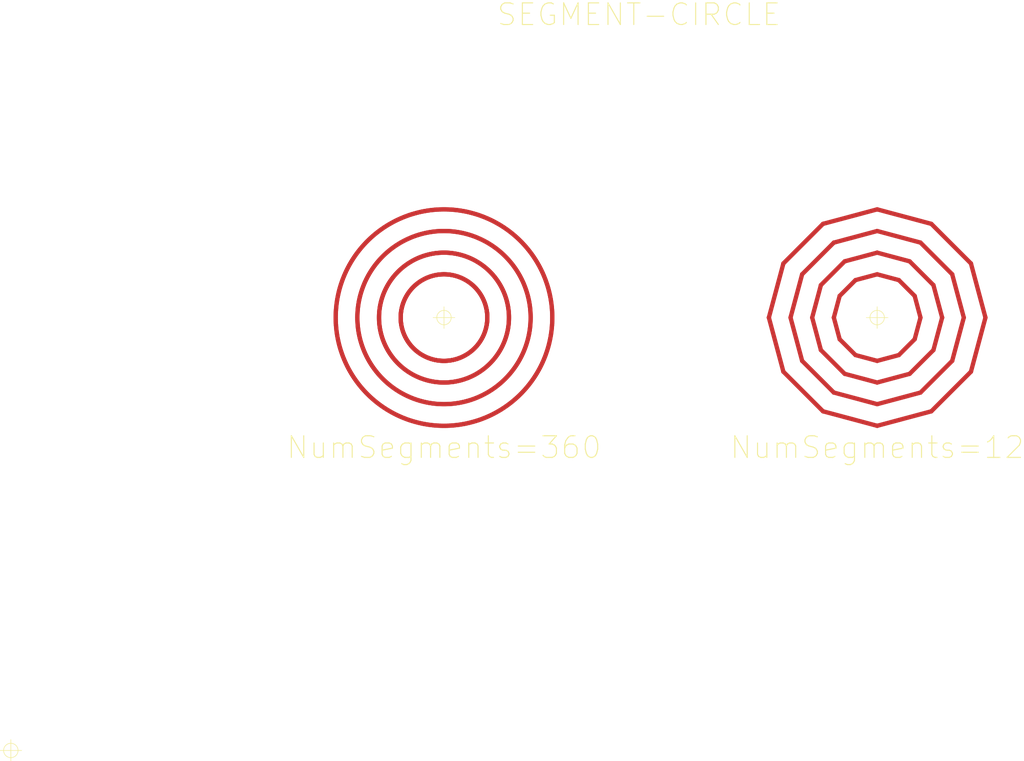
<source format=kicad_pcb>
(
kicad_pcb (version 4) (host pcbnew 4.0.4-stable)

  (general
    (links 0)
    (no_connects 0)
    (area 0 0 0 0)
    (thickness 1.6)
    (drawings 0)
    (tracks 0)
    (zones 0)
    (modules 1)
    (nets 1)
  )

  (page A4)
  (layers
    (0 F.Cu signal)
    (31 B.Cu signal)
    (32 B.Adhes user)
    (33 F.Adhes user)
    (34 B.Paste user)
    (35 F.Paste user)
    (36 B.SilkS user)
    (37 F.SilkS user)
    (38 B.Mask user)
    (39 F.Mask user)
    (40 Dwgs.User user)
    (41 Cmts.User user)
    (42 Eco1.User user)
    (43 Eco2.User user)
    (44 Edge.Cuts user)
    (45 Margin user)
    (46 B.CrtYd user)
    (47 F.CrtYd user)
    (48 B.Fab user)
    (49 F.Fab user)
  )

  (setup
    (last_trace_width 0.25)
    (trace_clearance 0.2)
    (zone_clearance 0.508)
    (zone_45_only no)
    (trace_min 0.2)
    (segment_width 0.2)
    (edge_width 0.15)
    (via_size 0.6)
    (via_drill 0.4)
    (via_min_size 0.4)
    (via_min_drill 0.3)
    (uvia_size 0.3)
    (uvia_drill 0.1)
    (uvias_allowed no)
    (uvia_min_size 0.2)
    (uvia_min_drill 0.1)
    (pcb_text_width 0.3)
    (pcb_text_size 1.5 1.5)
    (mod_edge_width 0.15)
    (mod_text_size 1 1)
    (mod_text_width 0.15)
    (pad_size 1.524 1.524)
    (pad_drill 0.762)
    (pad_to_mask_clearance 0.2)
    (aux_axis_origin 0 0)
    (visible_elements FFFFFF7F)
    (pcbplotparams
      (layerselection 0x00030_80000001)
      (usegerberextensions false)
      (excludeedgelayer true)
      (linewidth 0.100000)
      (plotframeref false)
      (viasonmask false)
      (mode 1)
      (useauxorigin false)
      (hpglpennumber 1)
      (hpglpenspeed 20)
      (hpglpendiameter 15)
      (hpglpenoverlay 2)
      (psnegative false)
      (psa4output false)
      (plotreference true)
      (plotvalue true)
      (plotinvisibletext false)
      (padsonsilk false)
      (subtractmaskfromsilk false)
      (outputformat 1)
      (mirror false)
      (drillshape 1)
      (scaleselection 1)
      (outputdirectory ""))
  )

  (net 0 "")

  (net_class Default "This is the default net class."
    (clearance 0.25)
    (trace_width 0.25)
    (via_dia 0.6)
    (via_drill 0.4)
    (uvia_dia 0.3)
    (uvia_drill 0.1)
  )



(target plus (at 0.0000 190.0000) (size 5.0000) (width 0.1500) (layer F.SilkS))
 (gr_text "SEGMENT-CIRCLE" (at 145.0000 20.0000 0.0000) (layer F.SilkS)
    (effects (font (size 5.0000 5.0000) (thickness .25))  )
  )
(target plus (at 100.0000 90.0000) (size 5.0000) (width 0.1500) (layer F.SilkS))

(segment (start 125.0000 90.0000) (end 124.9962 89.5637) (width 1.0000) (layer F.Cu) (net 0))
(segment (start 124.9962 89.5637) (end 124.9848 89.1275) (width 1.0000) (layer F.Cu) (net 0))
(segment (start 124.9848 89.1275) (end 124.9657 88.6916) (width 1.0000) (layer F.Cu) (net 0))
(segment (start 124.9657 88.6916) (end 124.9391 88.2561) (width 1.0000) (layer F.Cu) (net 0))
(segment (start 124.9391 88.2561) (end 124.9049 87.8211) (width 1.0000) (layer F.Cu) (net 0))
(segment (start 124.9049 87.8211) (end 124.8630 87.3868) (width 1.0000) (layer F.Cu) (net 0))
(segment (start 124.8630 87.3868) (end 124.8137 86.9533) (width 1.0000) (layer F.Cu) (net 0))
(segment (start 124.8137 86.9533) (end 124.7567 86.5207) (width 1.0000) (layer F.Cu) (net 0))
(segment (start 124.7567 86.5207) (end 124.6922 86.0891) (width 1.0000) (layer F.Cu) (net 0))
(segment (start 124.6922 86.0891) (end 124.6202 85.6588) (width 1.0000) (layer F.Cu) (net 0))
(segment (start 124.6202 85.6588) (end 124.5407 85.2298) (width 1.0000) (layer F.Cu) (net 0))
(segment (start 124.5407 85.2298) (end 124.4537 84.8022) (width 1.0000) (layer F.Cu) (net 0))
(segment (start 124.4537 84.8022) (end 124.3593 84.3762) (width 1.0000) (layer F.Cu) (net 0))
(segment (start 124.3593 84.3762) (end 124.2574 83.9520) (width 1.0000) (layer F.Cu) (net 0))
(segment (start 124.2574 83.9520) (end 124.1481 83.5295) (width 1.0000) (layer F.Cu) (net 0))
(segment (start 124.1481 83.5295) (end 124.0315 83.1091) (width 1.0000) (layer F.Cu) (net 0))
(segment (start 124.0315 83.1091) (end 123.9076 82.6907) (width 1.0000) (layer F.Cu) (net 0))
(segment (start 123.9076 82.6907) (end 123.7764 82.2746) (width 1.0000) (layer F.Cu) (net 0))
(segment (start 123.7764 82.2746) (end 123.6380 81.8608) (width 1.0000) (layer F.Cu) (net 0))
(segment (start 123.6380 81.8608) (end 123.4923 81.4495) (width 1.0000) (layer F.Cu) (net 0))
(segment (start 123.4923 81.4495) (end 123.3395 81.0408) (width 1.0000) (layer F.Cu) (net 0))
(segment (start 123.3395 81.0408) (end 123.1796 80.6348) (width 1.0000) (layer F.Cu) (net 0))
(segment (start 123.1796 80.6348) (end 123.0126 80.2317) (width 1.0000) (layer F.Cu) (net 0))
(segment (start 123.0126 80.2317) (end 122.8386 79.8316) (width 1.0000) (layer F.Cu) (net 0))
(segment (start 122.8386 79.8316) (end 122.6577 79.4345) (width 1.0000) (layer F.Cu) (net 0))
(segment (start 122.6577 79.4345) (end 122.4699 79.0407) (width 1.0000) (layer F.Cu) (net 0))
(segment (start 122.4699 79.0407) (end 122.2752 78.6502) (width 1.0000) (layer F.Cu) (net 0))
(segment (start 122.2752 78.6502) (end 122.0737 78.2632) (width 1.0000) (layer F.Cu) (net 0))
(segment (start 122.0737 78.2632) (end 121.8655 77.8798) (width 1.0000) (layer F.Cu) (net 0))
(segment (start 121.8655 77.8798) (end 121.6506 77.5000) (width 1.0000) (layer F.Cu) (net 0))
(segment (start 121.6506 77.5000) (end 121.4292 77.1240) (width 1.0000) (layer F.Cu) (net 0))
(segment (start 121.4292 77.1240) (end 121.2012 76.7520) (width 1.0000) (layer F.Cu) (net 0))
(segment (start 121.2012 76.7520) (end 120.9668 76.3840) (width 1.0000) (layer F.Cu) (net 0))
(segment (start 120.9668 76.3840) (end 120.7259 76.0202) (width 1.0000) (layer F.Cu) (net 0))
(segment (start 120.7259 76.0202) (end 120.4788 75.6606) (width 1.0000) (layer F.Cu) (net 0))
(segment (start 120.4788 75.6606) (end 120.2254 75.3054) (width 1.0000) (layer F.Cu) (net 0))
(segment (start 120.2254 75.3054) (end 119.9659 74.9546) (width 1.0000) (layer F.Cu) (net 0))
(segment (start 119.9659 74.9546) (end 119.7003 74.6085) (width 1.0000) (layer F.Cu) (net 0))
(segment (start 119.7003 74.6085) (end 119.4286 74.2670) (width 1.0000) (layer F.Cu) (net 0))
(segment (start 119.4286 74.2670) (end 119.1511 73.9303) (width 1.0000) (layer F.Cu) (net 0))
(segment (start 119.1511 73.9303) (end 118.8677 73.5985) (width 1.0000) (layer F.Cu) (net 0))
(segment (start 118.8677 73.5985) (end 118.5786 73.2717) (width 1.0000) (layer F.Cu) (net 0))
(segment (start 118.5786 73.2717) (end 118.2838 72.9500) (width 1.0000) (layer F.Cu) (net 0))
(segment (start 118.2838 72.9500) (end 117.9835 72.6335) (width 1.0000) (layer F.Cu) (net 0))
(segment (start 117.9835 72.6335) (end 117.6777 72.3223) (width 1.0000) (layer F.Cu) (net 0))
(segment (start 117.6777 72.3223) (end 117.3665 72.0165) (width 1.0000) (layer F.Cu) (net 0))
(segment (start 117.3665 72.0165) (end 117.0500 71.7162) (width 1.0000) (layer F.Cu) (net 0))
(segment (start 117.0500 71.7162) (end 116.7283 71.4214) (width 1.0000) (layer F.Cu) (net 0))
(segment (start 116.7283 71.4214) (end 116.4015 71.1323) (width 1.0000) (layer F.Cu) (net 0))
(segment (start 116.4015 71.1323) (end 116.0697 70.8489) (width 1.0000) (layer F.Cu) (net 0))
(segment (start 116.0697 70.8489) (end 115.7330 70.5714) (width 1.0000) (layer F.Cu) (net 0))
(segment (start 115.7330 70.5714) (end 115.3915 70.2997) (width 1.0000) (layer F.Cu) (net 0))
(segment (start 115.3915 70.2997) (end 115.0454 70.0341) (width 1.0000) (layer F.Cu) (net 0))
(segment (start 115.0454 70.0341) (end 114.6946 69.7746) (width 1.0000) (layer F.Cu) (net 0))
(segment (start 114.6946 69.7746) (end 114.3394 69.5212) (width 1.0000) (layer F.Cu) (net 0))
(segment (start 114.3394 69.5212) (end 113.9798 69.2741) (width 1.0000) (layer F.Cu) (net 0))
(segment (start 113.9798 69.2741) (end 113.6160 69.0332) (width 1.0000) (layer F.Cu) (net 0))
(segment (start 113.6160 69.0332) (end 113.2480 68.7988) (width 1.0000) (layer F.Cu) (net 0))
(segment (start 113.2480 68.7988) (end 112.8760 68.5708) (width 1.0000) (layer F.Cu) (net 0))
(segment (start 112.8760 68.5708) (end 112.5000 68.3494) (width 1.0000) (layer F.Cu) (net 0))
(segment (start 112.5000 68.3494) (end 112.1202 68.1345) (width 1.0000) (layer F.Cu) (net 0))
(segment (start 112.1202 68.1345) (end 111.7368 67.9263) (width 1.0000) (layer F.Cu) (net 0))
(segment (start 111.7368 67.9263) (end 111.3498 67.7248) (width 1.0000) (layer F.Cu) (net 0))
(segment (start 111.3498 67.7248) (end 110.9593 67.5301) (width 1.0000) (layer F.Cu) (net 0))
(segment (start 110.9593 67.5301) (end 110.5655 67.3423) (width 1.0000) (layer F.Cu) (net 0))
(segment (start 110.5655 67.3423) (end 110.1684 67.1614) (width 1.0000) (layer F.Cu) (net 0))
(segment (start 110.1684 67.1614) (end 109.7683 66.9874) (width 1.0000) (layer F.Cu) (net 0))
(segment (start 109.7683 66.9874) (end 109.3652 66.8204) (width 1.0000) (layer F.Cu) (net 0))
(segment (start 109.3652 66.8204) (end 108.9592 66.6605) (width 1.0000) (layer F.Cu) (net 0))
(segment (start 108.9592 66.6605) (end 108.5505 66.5077) (width 1.0000) (layer F.Cu) (net 0))
(segment (start 108.5505 66.5077) (end 108.1392 66.3620) (width 1.0000) (layer F.Cu) (net 0))
(segment (start 108.1392 66.3620) (end 107.7254 66.2236) (width 1.0000) (layer F.Cu) (net 0))
(segment (start 107.7254 66.2236) (end 107.3093 66.0924) (width 1.0000) (layer F.Cu) (net 0))
(segment (start 107.3093 66.0924) (end 106.8909 65.9685) (width 1.0000) (layer F.Cu) (net 0))
(segment (start 106.8909 65.9685) (end 106.4705 65.8519) (width 1.0000) (layer F.Cu) (net 0))
(segment (start 106.4705 65.8519) (end 106.0480 65.7426) (width 1.0000) (layer F.Cu) (net 0))
(segment (start 106.0480 65.7426) (end 105.6238 65.6407) (width 1.0000) (layer F.Cu) (net 0))
(segment (start 105.6238 65.6407) (end 105.1978 65.5463) (width 1.0000) (layer F.Cu) (net 0))
(segment (start 105.1978 65.5463) (end 104.7702 65.4593) (width 1.0000) (layer F.Cu) (net 0))
(segment (start 104.7702 65.4593) (end 104.3412 65.3798) (width 1.0000) (layer F.Cu) (net 0))
(segment (start 104.3412 65.3798) (end 103.9109 65.3078) (width 1.0000) (layer F.Cu) (net 0))
(segment (start 103.9109 65.3078) (end 103.4793 65.2433) (width 1.0000) (layer F.Cu) (net 0))
(segment (start 103.4793 65.2433) (end 103.0467 65.1863) (width 1.0000) (layer F.Cu) (net 0))
(segment (start 103.0467 65.1863) (end 102.6132 65.1370) (width 1.0000) (layer F.Cu) (net 0))
(segment (start 102.6132 65.1370) (end 102.1789 65.0951) (width 1.0000) (layer F.Cu) (net 0))
(segment (start 102.1789 65.0951) (end 101.7439 65.0609) (width 1.0000) (layer F.Cu) (net 0))
(segment (start 101.7439 65.0609) (end 101.3084 65.0343) (width 1.0000) (layer F.Cu) (net 0))
(segment (start 101.3084 65.0343) (end 100.8725 65.0152) (width 1.0000) (layer F.Cu) (net 0))
(segment (start 100.8725 65.0152) (end 100.4363 65.0038) (width 1.0000) (layer F.Cu) (net 0))
(segment (start 100.4363 65.0038) (end 100.0000 65.0000) (width 1.0000) (layer F.Cu) (net 0))
(segment (start 100.0000 65.0000) (end 99.5637 65.0038) (width 1.0000) (layer F.Cu) (net 0))
(segment (start 99.5637 65.0038) (end 99.1275 65.0152) (width 1.0000) (layer F.Cu) (net 0))
(segment (start 99.1275 65.0152) (end 98.6916 65.0343) (width 1.0000) (layer F.Cu) (net 0))
(segment (start 98.6916 65.0343) (end 98.2561 65.0609) (width 1.0000) (layer F.Cu) (net 0))
(segment (start 98.2561 65.0609) (end 97.8211 65.0951) (width 1.0000) (layer F.Cu) (net 0))
(segment (start 97.8211 65.0951) (end 97.3868 65.1370) (width 1.0000) (layer F.Cu) (net 0))
(segment (start 97.3868 65.1370) (end 96.9533 65.1863) (width 1.0000) (layer F.Cu) (net 0))
(segment (start 96.9533 65.1863) (end 96.5207 65.2433) (width 1.0000) (layer F.Cu) (net 0))
(segment (start 96.5207 65.2433) (end 96.0891 65.3078) (width 1.0000) (layer F.Cu) (net 0))
(segment (start 96.0891 65.3078) (end 95.6588 65.3798) (width 1.0000) (layer F.Cu) (net 0))
(segment (start 95.6588 65.3798) (end 95.2298 65.4593) (width 1.0000) (layer F.Cu) (net 0))
(segment (start 95.2298 65.4593) (end 94.8022 65.5463) (width 1.0000) (layer F.Cu) (net 0))
(segment (start 94.8022 65.5463) (end 94.3762 65.6407) (width 1.0000) (layer F.Cu) (net 0))
(segment (start 94.3762 65.6407) (end 93.9520 65.7426) (width 1.0000) (layer F.Cu) (net 0))
(segment (start 93.9520 65.7426) (end 93.5295 65.8519) (width 1.0000) (layer F.Cu) (net 0))
(segment (start 93.5295 65.8519) (end 93.1091 65.9685) (width 1.0000) (layer F.Cu) (net 0))
(segment (start 93.1091 65.9685) (end 92.6907 66.0924) (width 1.0000) (layer F.Cu) (net 0))
(segment (start 92.6907 66.0924) (end 92.2746 66.2236) (width 1.0000) (layer F.Cu) (net 0))
(segment (start 92.2746 66.2236) (end 91.8608 66.3620) (width 1.0000) (layer F.Cu) (net 0))
(segment (start 91.8608 66.3620) (end 91.4495 66.5077) (width 1.0000) (layer F.Cu) (net 0))
(segment (start 91.4495 66.5077) (end 91.0408 66.6605) (width 1.0000) (layer F.Cu) (net 0))
(segment (start 91.0408 66.6605) (end 90.6348 66.8204) (width 1.0000) (layer F.Cu) (net 0))
(segment (start 90.6348 66.8204) (end 90.2317 66.9874) (width 1.0000) (layer F.Cu) (net 0))
(segment (start 90.2317 66.9874) (end 89.8316 67.1614) (width 1.0000) (layer F.Cu) (net 0))
(segment (start 89.8316 67.1614) (end 89.4345 67.3423) (width 1.0000) (layer F.Cu) (net 0))
(segment (start 89.4345 67.3423) (end 89.0407 67.5301) (width 1.0000) (layer F.Cu) (net 0))
(segment (start 89.0407 67.5301) (end 88.6502 67.7248) (width 1.0000) (layer F.Cu) (net 0))
(segment (start 88.6502 67.7248) (end 88.2632 67.9263) (width 1.0000) (layer F.Cu) (net 0))
(segment (start 88.2632 67.9263) (end 87.8798 68.1345) (width 1.0000) (layer F.Cu) (net 0))
(segment (start 87.8798 68.1345) (end 87.5000 68.3494) (width 1.0000) (layer F.Cu) (net 0))
(segment (start 87.5000 68.3494) (end 87.1240 68.5708) (width 1.0000) (layer F.Cu) (net 0))
(segment (start 87.1240 68.5708) (end 86.7520 68.7988) (width 1.0000) (layer F.Cu) (net 0))
(segment (start 86.7520 68.7988) (end 86.3840 69.0332) (width 1.0000) (layer F.Cu) (net 0))
(segment (start 86.3840 69.0332) (end 86.0202 69.2741) (width 1.0000) (layer F.Cu) (net 0))
(segment (start 86.0202 69.2741) (end 85.6606 69.5212) (width 1.0000) (layer F.Cu) (net 0))
(segment (start 85.6606 69.5212) (end 85.3054 69.7746) (width 1.0000) (layer F.Cu) (net 0))
(segment (start 85.3054 69.7746) (end 84.9546 70.0341) (width 1.0000) (layer F.Cu) (net 0))
(segment (start 84.9546 70.0341) (end 84.6085 70.2997) (width 1.0000) (layer F.Cu) (net 0))
(segment (start 84.6085 70.2997) (end 84.2670 70.5714) (width 1.0000) (layer F.Cu) (net 0))
(segment (start 84.2670 70.5714) (end 83.9303 70.8489) (width 1.0000) (layer F.Cu) (net 0))
(segment (start 83.9303 70.8489) (end 83.5985 71.1323) (width 1.0000) (layer F.Cu) (net 0))
(segment (start 83.5985 71.1323) (end 83.2717 71.4214) (width 1.0000) (layer F.Cu) (net 0))
(segment (start 83.2717 71.4214) (end 82.9500 71.7162) (width 1.0000) (layer F.Cu) (net 0))
(segment (start 82.9500 71.7162) (end 82.6335 72.0165) (width 1.0000) (layer F.Cu) (net 0))
(segment (start 82.6335 72.0165) (end 82.3223 72.3223) (width 1.0000) (layer F.Cu) (net 0))
(segment (start 82.3223 72.3223) (end 82.0165 72.6335) (width 1.0000) (layer F.Cu) (net 0))
(segment (start 82.0165 72.6335) (end 81.7162 72.9500) (width 1.0000) (layer F.Cu) (net 0))
(segment (start 81.7162 72.9500) (end 81.4214 73.2717) (width 1.0000) (layer F.Cu) (net 0))
(segment (start 81.4214 73.2717) (end 81.1323 73.5985) (width 1.0000) (layer F.Cu) (net 0))
(segment (start 81.1323 73.5985) (end 80.8489 73.9303) (width 1.0000) (layer F.Cu) (net 0))
(segment (start 80.8489 73.9303) (end 80.5714 74.2670) (width 1.0000) (layer F.Cu) (net 0))
(segment (start 80.5714 74.2670) (end 80.2997 74.6085) (width 1.0000) (layer F.Cu) (net 0))
(segment (start 80.2997 74.6085) (end 80.0341 74.9546) (width 1.0000) (layer F.Cu) (net 0))
(segment (start 80.0341 74.9546) (end 79.7746 75.3054) (width 1.0000) (layer F.Cu) (net 0))
(segment (start 79.7746 75.3054) (end 79.5212 75.6606) (width 1.0000) (layer F.Cu) (net 0))
(segment (start 79.5212 75.6606) (end 79.2741 76.0202) (width 1.0000) (layer F.Cu) (net 0))
(segment (start 79.2741 76.0202) (end 79.0332 76.3840) (width 1.0000) (layer F.Cu) (net 0))
(segment (start 79.0332 76.3840) (end 78.7988 76.7520) (width 1.0000) (layer F.Cu) (net 0))
(segment (start 78.7988 76.7520) (end 78.5708 77.1240) (width 1.0000) (layer F.Cu) (net 0))
(segment (start 78.5708 77.1240) (end 78.3494 77.5000) (width 1.0000) (layer F.Cu) (net 0))
(segment (start 78.3494 77.5000) (end 78.1345 77.8798) (width 1.0000) (layer F.Cu) (net 0))
(segment (start 78.1345 77.8798) (end 77.9263 78.2632) (width 1.0000) (layer F.Cu) (net 0))
(segment (start 77.9263 78.2632) (end 77.7248 78.6502) (width 1.0000) (layer F.Cu) (net 0))
(segment (start 77.7248 78.6502) (end 77.5301 79.0407) (width 1.0000) (layer F.Cu) (net 0))
(segment (start 77.5301 79.0407) (end 77.3423 79.4345) (width 1.0000) (layer F.Cu) (net 0))
(segment (start 77.3423 79.4345) (end 77.1614 79.8316) (width 1.0000) (layer F.Cu) (net 0))
(segment (start 77.1614 79.8316) (end 76.9874 80.2317) (width 1.0000) (layer F.Cu) (net 0))
(segment (start 76.9874 80.2317) (end 76.8204 80.6348) (width 1.0000) (layer F.Cu) (net 0))
(segment (start 76.8204 80.6348) (end 76.6605 81.0408) (width 1.0000) (layer F.Cu) (net 0))
(segment (start 76.6605 81.0408) (end 76.5077 81.4495) (width 1.0000) (layer F.Cu) (net 0))
(segment (start 76.5077 81.4495) (end 76.3620 81.8608) (width 1.0000) (layer F.Cu) (net 0))
(segment (start 76.3620 81.8608) (end 76.2236 82.2746) (width 1.0000) (layer F.Cu) (net 0))
(segment (start 76.2236 82.2746) (end 76.0924 82.6907) (width 1.0000) (layer F.Cu) (net 0))
(segment (start 76.0924 82.6907) (end 75.9685 83.1091) (width 1.0000) (layer F.Cu) (net 0))
(segment (start 75.9685 83.1091) (end 75.8519 83.5295) (width 1.0000) (layer F.Cu) (net 0))
(segment (start 75.8519 83.5295) (end 75.7426 83.9520) (width 1.0000) (layer F.Cu) (net 0))
(segment (start 75.7426 83.9520) (end 75.6407 84.3762) (width 1.0000) (layer F.Cu) (net 0))
(segment (start 75.6407 84.3762) (end 75.5463 84.8022) (width 1.0000) (layer F.Cu) (net 0))
(segment (start 75.5463 84.8022) (end 75.4593 85.2298) (width 1.0000) (layer F.Cu) (net 0))
(segment (start 75.4593 85.2298) (end 75.3798 85.6588) (width 1.0000) (layer F.Cu) (net 0))
(segment (start 75.3798 85.6588) (end 75.3078 86.0891) (width 1.0000) (layer F.Cu) (net 0))
(segment (start 75.3078 86.0891) (end 75.2433 86.5207) (width 1.0000) (layer F.Cu) (net 0))
(segment (start 75.2433 86.5207) (end 75.1863 86.9533) (width 1.0000) (layer F.Cu) (net 0))
(segment (start 75.1863 86.9533) (end 75.1370 87.3868) (width 1.0000) (layer F.Cu) (net 0))
(segment (start 75.1370 87.3868) (end 75.0951 87.8211) (width 1.0000) (layer F.Cu) (net 0))
(segment (start 75.0951 87.8211) (end 75.0609 88.2561) (width 1.0000) (layer F.Cu) (net 0))
(segment (start 75.0609 88.2561) (end 75.0343 88.6916) (width 1.0000) (layer F.Cu) (net 0))
(segment (start 75.0343 88.6916) (end 75.0152 89.1275) (width 1.0000) (layer F.Cu) (net 0))
(segment (start 75.0152 89.1275) (end 75.0038 89.5637) (width 1.0000) (layer F.Cu) (net 0))
(segment (start 75.0038 89.5637) (end 75.0000 90.0000) (width 1.0000) (layer F.Cu) (net 0))
(segment (start 75.0000 90.0000) (end 75.0038 90.4363) (width 1.0000) (layer F.Cu) (net 0))
(segment (start 75.0038 90.4363) (end 75.0152 90.8725) (width 1.0000) (layer F.Cu) (net 0))
(segment (start 75.0152 90.8725) (end 75.0343 91.3084) (width 1.0000) (layer F.Cu) (net 0))
(segment (start 75.0343 91.3084) (end 75.0609 91.7439) (width 1.0000) (layer F.Cu) (net 0))
(segment (start 75.0609 91.7439) (end 75.0951 92.1789) (width 1.0000) (layer F.Cu) (net 0))
(segment (start 75.0951 92.1789) (end 75.1370 92.6132) (width 1.0000) (layer F.Cu) (net 0))
(segment (start 75.1370 92.6132) (end 75.1863 93.0467) (width 1.0000) (layer F.Cu) (net 0))
(segment (start 75.1863 93.0467) (end 75.2433 93.4793) (width 1.0000) (layer F.Cu) (net 0))
(segment (start 75.2433 93.4793) (end 75.3078 93.9109) (width 1.0000) (layer F.Cu) (net 0))
(segment (start 75.3078 93.9109) (end 75.3798 94.3412) (width 1.0000) (layer F.Cu) (net 0))
(segment (start 75.3798 94.3412) (end 75.4593 94.7702) (width 1.0000) (layer F.Cu) (net 0))
(segment (start 75.4593 94.7702) (end 75.5463 95.1978) (width 1.0000) (layer F.Cu) (net 0))
(segment (start 75.5463 95.1978) (end 75.6407 95.6238) (width 1.0000) (layer F.Cu) (net 0))
(segment (start 75.6407 95.6238) (end 75.7426 96.0480) (width 1.0000) (layer F.Cu) (net 0))
(segment (start 75.7426 96.0480) (end 75.8519 96.4705) (width 1.0000) (layer F.Cu) (net 0))
(segment (start 75.8519 96.4705) (end 75.9685 96.8909) (width 1.0000) (layer F.Cu) (net 0))
(segment (start 75.9685 96.8909) (end 76.0924 97.3093) (width 1.0000) (layer F.Cu) (net 0))
(segment (start 76.0924 97.3093) (end 76.2236 97.7254) (width 1.0000) (layer F.Cu) (net 0))
(segment (start 76.2236 97.7254) (end 76.3620 98.1392) (width 1.0000) (layer F.Cu) (net 0))
(segment (start 76.3620 98.1392) (end 76.5077 98.5505) (width 1.0000) (layer F.Cu) (net 0))
(segment (start 76.5077 98.5505) (end 76.6605 98.9592) (width 1.0000) (layer F.Cu) (net 0))
(segment (start 76.6605 98.9592) (end 76.8204 99.3652) (width 1.0000) (layer F.Cu) (net 0))
(segment (start 76.8204 99.3652) (end 76.9874 99.7683) (width 1.0000) (layer F.Cu) (net 0))
(segment (start 76.9874 99.7683) (end 77.1614 100.1684) (width 1.0000) (layer F.Cu) (net 0))
(segment (start 77.1614 100.1684) (end 77.3423 100.5655) (width 1.0000) (layer F.Cu) (net 0))
(segment (start 77.3423 100.5655) (end 77.5301 100.9593) (width 1.0000) (layer F.Cu) (net 0))
(segment (start 77.5301 100.9593) (end 77.7248 101.3498) (width 1.0000) (layer F.Cu) (net 0))
(segment (start 77.7248 101.3498) (end 77.9263 101.7368) (width 1.0000) (layer F.Cu) (net 0))
(segment (start 77.9263 101.7368) (end 78.1345 102.1202) (width 1.0000) (layer F.Cu) (net 0))
(segment (start 78.1345 102.1202) (end 78.3494 102.5000) (width 1.0000) (layer F.Cu) (net 0))
(segment (start 78.3494 102.5000) (end 78.5708 102.8760) (width 1.0000) (layer F.Cu) (net 0))
(segment (start 78.5708 102.8760) (end 78.7988 103.2480) (width 1.0000) (layer F.Cu) (net 0))
(segment (start 78.7988 103.2480) (end 79.0332 103.6160) (width 1.0000) (layer F.Cu) (net 0))
(segment (start 79.0332 103.6160) (end 79.2741 103.9798) (width 1.0000) (layer F.Cu) (net 0))
(segment (start 79.2741 103.9798) (end 79.5212 104.3394) (width 1.0000) (layer F.Cu) (net 0))
(segment (start 79.5212 104.3394) (end 79.7746 104.6946) (width 1.0000) (layer F.Cu) (net 0))
(segment (start 79.7746 104.6946) (end 80.0341 105.0454) (width 1.0000) (layer F.Cu) (net 0))
(segment (start 80.0341 105.0454) (end 80.2997 105.3915) (width 1.0000) (layer F.Cu) (net 0))
(segment (start 80.2997 105.3915) (end 80.5714 105.7330) (width 1.0000) (layer F.Cu) (net 0))
(segment (start 80.5714 105.7330) (end 80.8489 106.0697) (width 1.0000) (layer F.Cu) (net 0))
(segment (start 80.8489 106.0697) (end 81.1323 106.4015) (width 1.0000) (layer F.Cu) (net 0))
(segment (start 81.1323 106.4015) (end 81.4214 106.7283) (width 1.0000) (layer F.Cu) (net 0))
(segment (start 81.4214 106.7283) (end 81.7162 107.0500) (width 1.0000) (layer F.Cu) (net 0))
(segment (start 81.7162 107.0500) (end 82.0165 107.3665) (width 1.0000) (layer F.Cu) (net 0))
(segment (start 82.0165 107.3665) (end 82.3223 107.6777) (width 1.0000) (layer F.Cu) (net 0))
(segment (start 82.3223 107.6777) (end 82.6335 107.9835) (width 1.0000) (layer F.Cu) (net 0))
(segment (start 82.6335 107.9835) (end 82.9500 108.2838) (width 1.0000) (layer F.Cu) (net 0))
(segment (start 82.9500 108.2838) (end 83.2717 108.5786) (width 1.0000) (layer F.Cu) (net 0))
(segment (start 83.2717 108.5786) (end 83.5985 108.8677) (width 1.0000) (layer F.Cu) (net 0))
(segment (start 83.5985 108.8677) (end 83.9303 109.1511) (width 1.0000) (layer F.Cu) (net 0))
(segment (start 83.9303 109.1511) (end 84.2670 109.4286) (width 1.0000) (layer F.Cu) (net 0))
(segment (start 84.2670 109.4286) (end 84.6085 109.7003) (width 1.0000) (layer F.Cu) (net 0))
(segment (start 84.6085 109.7003) (end 84.9546 109.9659) (width 1.0000) (layer F.Cu) (net 0))
(segment (start 84.9546 109.9659) (end 85.3054 110.2254) (width 1.0000) (layer F.Cu) (net 0))
(segment (start 85.3054 110.2254) (end 85.6606 110.4788) (width 1.0000) (layer F.Cu) (net 0))
(segment (start 85.6606 110.4788) (end 86.0202 110.7259) (width 1.0000) (layer F.Cu) (net 0))
(segment (start 86.0202 110.7259) (end 86.3840 110.9668) (width 1.0000) (layer F.Cu) (net 0))
(segment (start 86.3840 110.9668) (end 86.7520 111.2012) (width 1.0000) (layer F.Cu) (net 0))
(segment (start 86.7520 111.2012) (end 87.1240 111.4292) (width 1.0000) (layer F.Cu) (net 0))
(segment (start 87.1240 111.4292) (end 87.5000 111.6506) (width 1.0000) (layer F.Cu) (net 0))
(segment (start 87.5000 111.6506) (end 87.8798 111.8655) (width 1.0000) (layer F.Cu) (net 0))
(segment (start 87.8798 111.8655) (end 88.2632 112.0737) (width 1.0000) (layer F.Cu) (net 0))
(segment (start 88.2632 112.0737) (end 88.6502 112.2752) (width 1.0000) (layer F.Cu) (net 0))
(segment (start 88.6502 112.2752) (end 89.0407 112.4699) (width 1.0000) (layer F.Cu) (net 0))
(segment (start 89.0407 112.4699) (end 89.4345 112.6577) (width 1.0000) (layer F.Cu) (net 0))
(segment (start 89.4345 112.6577) (end 89.8316 112.8386) (width 1.0000) (layer F.Cu) (net 0))
(segment (start 89.8316 112.8386) (end 90.2317 113.0126) (width 1.0000) (layer F.Cu) (net 0))
(segment (start 90.2317 113.0126) (end 90.6348 113.1796) (width 1.0000) (layer F.Cu) (net 0))
(segment (start 90.6348 113.1796) (end 91.0408 113.3395) (width 1.0000) (layer F.Cu) (net 0))
(segment (start 91.0408 113.3395) (end 91.4495 113.4923) (width 1.0000) (layer F.Cu) (net 0))
(segment (start 91.4495 113.4923) (end 91.8608 113.6380) (width 1.0000) (layer F.Cu) (net 0))
(segment (start 91.8608 113.6380) (end 92.2746 113.7764) (width 1.0000) (layer F.Cu) (net 0))
(segment (start 92.2746 113.7764) (end 92.6907 113.9076) (width 1.0000) (layer F.Cu) (net 0))
(segment (start 92.6907 113.9076) (end 93.1091 114.0315) (width 1.0000) (layer F.Cu) (net 0))
(segment (start 93.1091 114.0315) (end 93.5295 114.1481) (width 1.0000) (layer F.Cu) (net 0))
(segment (start 93.5295 114.1481) (end 93.9520 114.2574) (width 1.0000) (layer F.Cu) (net 0))
(segment (start 93.9520 114.2574) (end 94.3762 114.3593) (width 1.0000) (layer F.Cu) (net 0))
(segment (start 94.3762 114.3593) (end 94.8022 114.4537) (width 1.0000) (layer F.Cu) (net 0))
(segment (start 94.8022 114.4537) (end 95.2298 114.5407) (width 1.0000) (layer F.Cu) (net 0))
(segment (start 95.2298 114.5407) (end 95.6588 114.6202) (width 1.0000) (layer F.Cu) (net 0))
(segment (start 95.6588 114.6202) (end 96.0891 114.6922) (width 1.0000) (layer F.Cu) (net 0))
(segment (start 96.0891 114.6922) (end 96.5207 114.7567) (width 1.0000) (layer F.Cu) (net 0))
(segment (start 96.5207 114.7567) (end 96.9533 114.8137) (width 1.0000) (layer F.Cu) (net 0))
(segment (start 96.9533 114.8137) (end 97.3868 114.8630) (width 1.0000) (layer F.Cu) (net 0))
(segment (start 97.3868 114.8630) (end 97.8211 114.9049) (width 1.0000) (layer F.Cu) (net 0))
(segment (start 97.8211 114.9049) (end 98.2561 114.9391) (width 1.0000) (layer F.Cu) (net 0))
(segment (start 98.2561 114.9391) (end 98.6916 114.9657) (width 1.0000) (layer F.Cu) (net 0))
(segment (start 98.6916 114.9657) (end 99.1275 114.9848) (width 1.0000) (layer F.Cu) (net 0))
(segment (start 99.1275 114.9848) (end 99.5637 114.9962) (width 1.0000) (layer F.Cu) (net 0))
(segment (start 99.5637 114.9962) (end 100.0000 115.0000) (width 1.0000) (layer F.Cu) (net 0))
(segment (start 100.0000 115.0000) (end 100.4363 114.9962) (width 1.0000) (layer F.Cu) (net 0))
(segment (start 100.4363 114.9962) (end 100.8725 114.9848) (width 1.0000) (layer F.Cu) (net 0))
(segment (start 100.8725 114.9848) (end 101.3084 114.9657) (width 1.0000) (layer F.Cu) (net 0))
(segment (start 101.3084 114.9657) (end 101.7439 114.9391) (width 1.0000) (layer F.Cu) (net 0))
(segment (start 101.7439 114.9391) (end 102.1789 114.9049) (width 1.0000) (layer F.Cu) (net 0))
(segment (start 102.1789 114.9049) (end 102.6132 114.8630) (width 1.0000) (layer F.Cu) (net 0))
(segment (start 102.6132 114.8630) (end 103.0467 114.8137) (width 1.0000) (layer F.Cu) (net 0))
(segment (start 103.0467 114.8137) (end 103.4793 114.7567) (width 1.0000) (layer F.Cu) (net 0))
(segment (start 103.4793 114.7567) (end 103.9109 114.6922) (width 1.0000) (layer F.Cu) (net 0))
(segment (start 103.9109 114.6922) (end 104.3412 114.6202) (width 1.0000) (layer F.Cu) (net 0))
(segment (start 104.3412 114.6202) (end 104.7702 114.5407) (width 1.0000) (layer F.Cu) (net 0))
(segment (start 104.7702 114.5407) (end 105.1978 114.4537) (width 1.0000) (layer F.Cu) (net 0))
(segment (start 105.1978 114.4537) (end 105.6238 114.3593) (width 1.0000) (layer F.Cu) (net 0))
(segment (start 105.6238 114.3593) (end 106.0480 114.2574) (width 1.0000) (layer F.Cu) (net 0))
(segment (start 106.0480 114.2574) (end 106.4705 114.1481) (width 1.0000) (layer F.Cu) (net 0))
(segment (start 106.4705 114.1481) (end 106.8909 114.0315) (width 1.0000) (layer F.Cu) (net 0))
(segment (start 106.8909 114.0315) (end 107.3093 113.9076) (width 1.0000) (layer F.Cu) (net 0))
(segment (start 107.3093 113.9076) (end 107.7254 113.7764) (width 1.0000) (layer F.Cu) (net 0))
(segment (start 107.7254 113.7764) (end 108.1392 113.6380) (width 1.0000) (layer F.Cu) (net 0))
(segment (start 108.1392 113.6380) (end 108.5505 113.4923) (width 1.0000) (layer F.Cu) (net 0))
(segment (start 108.5505 113.4923) (end 108.9592 113.3395) (width 1.0000) (layer F.Cu) (net 0))
(segment (start 108.9592 113.3395) (end 109.3652 113.1796) (width 1.0000) (layer F.Cu) (net 0))
(segment (start 109.3652 113.1796) (end 109.7683 113.0126) (width 1.0000) (layer F.Cu) (net 0))
(segment (start 109.7683 113.0126) (end 110.1684 112.8386) (width 1.0000) (layer F.Cu) (net 0))
(segment (start 110.1684 112.8386) (end 110.5655 112.6577) (width 1.0000) (layer F.Cu) (net 0))
(segment (start 110.5655 112.6577) (end 110.9593 112.4699) (width 1.0000) (layer F.Cu) (net 0))
(segment (start 110.9593 112.4699) (end 111.3498 112.2752) (width 1.0000) (layer F.Cu) (net 0))
(segment (start 111.3498 112.2752) (end 111.7368 112.0737) (width 1.0000) (layer F.Cu) (net 0))
(segment (start 111.7368 112.0737) (end 112.1202 111.8655) (width 1.0000) (layer F.Cu) (net 0))
(segment (start 112.1202 111.8655) (end 112.5000 111.6506) (width 1.0000) (layer F.Cu) (net 0))
(segment (start 112.5000 111.6506) (end 112.8760 111.4292) (width 1.0000) (layer F.Cu) (net 0))
(segment (start 112.8760 111.4292) (end 113.2480 111.2012) (width 1.0000) (layer F.Cu) (net 0))
(segment (start 113.2480 111.2012) (end 113.6160 110.9668) (width 1.0000) (layer F.Cu) (net 0))
(segment (start 113.6160 110.9668) (end 113.9798 110.7259) (width 1.0000) (layer F.Cu) (net 0))
(segment (start 113.9798 110.7259) (end 114.3394 110.4788) (width 1.0000) (layer F.Cu) (net 0))
(segment (start 114.3394 110.4788) (end 114.6946 110.2254) (width 1.0000) (layer F.Cu) (net 0))
(segment (start 114.6946 110.2254) (end 115.0454 109.9659) (width 1.0000) (layer F.Cu) (net 0))
(segment (start 115.0454 109.9659) (end 115.3915 109.7003) (width 1.0000) (layer F.Cu) (net 0))
(segment (start 115.3915 109.7003) (end 115.7330 109.4286) (width 1.0000) (layer F.Cu) (net 0))
(segment (start 115.7330 109.4286) (end 116.0697 109.1511) (width 1.0000) (layer F.Cu) (net 0))
(segment (start 116.0697 109.1511) (end 116.4015 108.8677) (width 1.0000) (layer F.Cu) (net 0))
(segment (start 116.4015 108.8677) (end 116.7283 108.5786) (width 1.0000) (layer F.Cu) (net 0))
(segment (start 116.7283 108.5786) (end 117.0500 108.2838) (width 1.0000) (layer F.Cu) (net 0))
(segment (start 117.0500 108.2838) (end 117.3665 107.9835) (width 1.0000) (layer F.Cu) (net 0))
(segment (start 117.3665 107.9835) (end 117.6777 107.6777) (width 1.0000) (layer F.Cu) (net 0))
(segment (start 117.6777 107.6777) (end 117.9835 107.3665) (width 1.0000) (layer F.Cu) (net 0))
(segment (start 117.9835 107.3665) (end 118.2838 107.0500) (width 1.0000) (layer F.Cu) (net 0))
(segment (start 118.2838 107.0500) (end 118.5786 106.7283) (width 1.0000) (layer F.Cu) (net 0))
(segment (start 118.5786 106.7283) (end 118.8677 106.4015) (width 1.0000) (layer F.Cu) (net 0))
(segment (start 118.8677 106.4015) (end 119.1511 106.0697) (width 1.0000) (layer F.Cu) (net 0))
(segment (start 119.1511 106.0697) (end 119.4286 105.7330) (width 1.0000) (layer F.Cu) (net 0))
(segment (start 119.4286 105.7330) (end 119.7003 105.3915) (width 1.0000) (layer F.Cu) (net 0))
(segment (start 119.7003 105.3915) (end 119.9659 105.0454) (width 1.0000) (layer F.Cu) (net 0))
(segment (start 119.9659 105.0454) (end 120.2254 104.6946) (width 1.0000) (layer F.Cu) (net 0))
(segment (start 120.2254 104.6946) (end 120.4788 104.3394) (width 1.0000) (layer F.Cu) (net 0))
(segment (start 120.4788 104.3394) (end 120.7259 103.9798) (width 1.0000) (layer F.Cu) (net 0))
(segment (start 120.7259 103.9798) (end 120.9668 103.6160) (width 1.0000) (layer F.Cu) (net 0))
(segment (start 120.9668 103.6160) (end 121.2012 103.2480) (width 1.0000) (layer F.Cu) (net 0))
(segment (start 121.2012 103.2480) (end 121.4292 102.8760) (width 1.0000) (layer F.Cu) (net 0))
(segment (start 121.4292 102.8760) (end 121.6506 102.5000) (width 1.0000) (layer F.Cu) (net 0))
(segment (start 121.6506 102.5000) (end 121.8655 102.1202) (width 1.0000) (layer F.Cu) (net 0))
(segment (start 121.8655 102.1202) (end 122.0737 101.7368) (width 1.0000) (layer F.Cu) (net 0))
(segment (start 122.0737 101.7368) (end 122.2752 101.3498) (width 1.0000) (layer F.Cu) (net 0))
(segment (start 122.2752 101.3498) (end 122.4699 100.9593) (width 1.0000) (layer F.Cu) (net 0))
(segment (start 122.4699 100.9593) (end 122.6577 100.5655) (width 1.0000) (layer F.Cu) (net 0))
(segment (start 122.6577 100.5655) (end 122.8386 100.1684) (width 1.0000) (layer F.Cu) (net 0))
(segment (start 122.8386 100.1684) (end 123.0126 99.7683) (width 1.0000) (layer F.Cu) (net 0))
(segment (start 123.0126 99.7683) (end 123.1796 99.3652) (width 1.0000) (layer F.Cu) (net 0))
(segment (start 123.1796 99.3652) (end 123.3395 98.9592) (width 1.0000) (layer F.Cu) (net 0))
(segment (start 123.3395 98.9592) (end 123.4923 98.5505) (width 1.0000) (layer F.Cu) (net 0))
(segment (start 123.4923 98.5505) (end 123.6380 98.1392) (width 1.0000) (layer F.Cu) (net 0))
(segment (start 123.6380 98.1392) (end 123.7764 97.7254) (width 1.0000) (layer F.Cu) (net 0))
(segment (start 123.7764 97.7254) (end 123.9076 97.3093) (width 1.0000) (layer F.Cu) (net 0))
(segment (start 123.9076 97.3093) (end 124.0315 96.8909) (width 1.0000) (layer F.Cu) (net 0))
(segment (start 124.0315 96.8909) (end 124.1481 96.4705) (width 1.0000) (layer F.Cu) (net 0))
(segment (start 124.1481 96.4705) (end 124.2574 96.0480) (width 1.0000) (layer F.Cu) (net 0))
(segment (start 124.2574 96.0480) (end 124.3593 95.6238) (width 1.0000) (layer F.Cu) (net 0))
(segment (start 124.3593 95.6238) (end 124.4537 95.1978) (width 1.0000) (layer F.Cu) (net 0))
(segment (start 124.4537 95.1978) (end 124.5407 94.7702) (width 1.0000) (layer F.Cu) (net 0))
(segment (start 124.5407 94.7702) (end 124.6202 94.3412) (width 1.0000) (layer F.Cu) (net 0))
(segment (start 124.6202 94.3412) (end 124.6922 93.9109) (width 1.0000) (layer F.Cu) (net 0))
(segment (start 124.6922 93.9109) (end 124.7567 93.4793) (width 1.0000) (layer F.Cu) (net 0))
(segment (start 124.7567 93.4793) (end 124.8137 93.0467) (width 1.0000) (layer F.Cu) (net 0))
(segment (start 124.8137 93.0467) (end 124.8630 92.6132) (width 1.0000) (layer F.Cu) (net 0))
(segment (start 124.8630 92.6132) (end 124.9049 92.1789) (width 1.0000) (layer F.Cu) (net 0))
(segment (start 124.9049 92.1789) (end 124.9391 91.7439) (width 1.0000) (layer F.Cu) (net 0))
(segment (start 124.9391 91.7439) (end 124.9657 91.3084) (width 1.0000) (layer F.Cu) (net 0))
(segment (start 124.9657 91.3084) (end 124.9848 90.8725) (width 1.0000) (layer F.Cu) (net 0))
(segment (start 124.9848 90.8725) (end 124.9962 90.4363) (width 1.0000) (layer F.Cu) (net 0))
(segment (start 124.9962 90.4363) (end 125.0000 90.0000) (width 1.0000) (layer F.Cu) (net 0))

(segment (start 120.0000 90.0000) (end 119.9970 89.6510) (width 1.0000) (layer F.Cu) (net 0))
(segment (start 119.9970 89.6510) (end 119.9878 89.3020) (width 1.0000) (layer F.Cu) (net 0))
(segment (start 119.9878 89.3020) (end 119.9726 88.9533) (width 1.0000) (layer F.Cu) (net 0))
(segment (start 119.9726 88.9533) (end 119.9513 88.6049) (width 1.0000) (layer F.Cu) (net 0))
(segment (start 119.9513 88.6049) (end 119.9239 88.2569) (width 1.0000) (layer F.Cu) (net 0))
(segment (start 119.9239 88.2569) (end 119.8904 87.9094) (width 1.0000) (layer F.Cu) (net 0))
(segment (start 119.8904 87.9094) (end 119.8509 87.5626) (width 1.0000) (layer F.Cu) (net 0))
(segment (start 119.8509 87.5626) (end 119.8054 87.2165) (width 1.0000) (layer F.Cu) (net 0))
(segment (start 119.8054 87.2165) (end 119.7538 86.8713) (width 1.0000) (layer F.Cu) (net 0))
(segment (start 119.7538 86.8713) (end 119.6962 86.5270) (width 1.0000) (layer F.Cu) (net 0))
(segment (start 119.6962 86.5270) (end 119.6325 86.1838) (width 1.0000) (layer F.Cu) (net 0))
(segment (start 119.6325 86.1838) (end 119.5630 85.8418) (width 1.0000) (layer F.Cu) (net 0))
(segment (start 119.5630 85.8418) (end 119.4874 85.5010) (width 1.0000) (layer F.Cu) (net 0))
(segment (start 119.4874 85.5010) (end 119.4059 85.1616) (width 1.0000) (layer F.Cu) (net 0))
(segment (start 119.4059 85.1616) (end 119.3185 84.8236) (width 1.0000) (layer F.Cu) (net 0))
(segment (start 119.3185 84.8236) (end 119.2252 84.4873) (width 1.0000) (layer F.Cu) (net 0))
(segment (start 119.2252 84.4873) (end 119.1261 84.1526) (width 1.0000) (layer F.Cu) (net 0))
(segment (start 119.1261 84.1526) (end 119.0211 83.8197) (width 1.0000) (layer F.Cu) (net 0))
(segment (start 119.0211 83.8197) (end 118.9104 83.4886) (width 1.0000) (layer F.Cu) (net 0))
(segment (start 118.9104 83.4886) (end 118.7939 83.1596) (width 1.0000) (layer F.Cu) (net 0))
(segment (start 118.7939 83.1596) (end 118.6716 82.8326) (width 1.0000) (layer F.Cu) (net 0))
(segment (start 118.6716 82.8326) (end 118.5437 82.5079) (width 1.0000) (layer F.Cu) (net 0))
(segment (start 118.5437 82.5079) (end 118.4101 82.1854) (width 1.0000) (layer F.Cu) (net 0))
(segment (start 118.4101 82.1854) (end 118.2709 81.8653) (width 1.0000) (layer F.Cu) (net 0))
(segment (start 118.2709 81.8653) (end 118.1262 81.5476) (width 1.0000) (layer F.Cu) (net 0))
(segment (start 118.1262 81.5476) (end 117.9759 81.2326) (width 1.0000) (layer F.Cu) (net 0))
(segment (start 117.9759 81.2326) (end 117.8201 80.9202) (width 1.0000) (layer F.Cu) (net 0))
(segment (start 117.8201 80.9202) (end 117.6590 80.6106) (width 1.0000) (layer F.Cu) (net 0))
(segment (start 117.6590 80.6106) (end 117.4924 80.3038) (width 1.0000) (layer F.Cu) (net 0))
(segment (start 117.4924 80.3038) (end 117.3205 80.0000) (width 1.0000) (layer F.Cu) (net 0))
(segment (start 117.3205 80.0000) (end 117.1433 79.6992) (width 1.0000) (layer F.Cu) (net 0))
(segment (start 117.1433 79.6992) (end 116.9610 79.4016) (width 1.0000) (layer F.Cu) (net 0))
(segment (start 116.9610 79.4016) (end 116.7734 79.1072) (width 1.0000) (layer F.Cu) (net 0))
(segment (start 116.7734 79.1072) (end 116.5808 78.8161) (width 1.0000) (layer F.Cu) (net 0))
(segment (start 116.5808 78.8161) (end 116.3830 78.5285) (width 1.0000) (layer F.Cu) (net 0))
(segment (start 116.3830 78.5285) (end 116.1803 78.2443) (width 1.0000) (layer F.Cu) (net 0))
(segment (start 116.1803 78.2443) (end 115.9727 77.9637) (width 1.0000) (layer F.Cu) (net 0))
(segment (start 115.9727 77.9637) (end 115.7602 77.6868) (width 1.0000) (layer F.Cu) (net 0))
(segment (start 115.7602 77.6868) (end 115.5429 77.4136) (width 1.0000) (layer F.Cu) (net 0))
(segment (start 115.5429 77.4136) (end 115.3209 77.1442) (width 1.0000) (layer F.Cu) (net 0))
(segment (start 115.3209 77.1442) (end 115.0942 76.8788) (width 1.0000) (layer F.Cu) (net 0))
(segment (start 115.0942 76.8788) (end 114.8629 76.6174) (width 1.0000) (layer F.Cu) (net 0))
(segment (start 114.8629 76.6174) (end 114.6271 76.3600) (width 1.0000) (layer F.Cu) (net 0))
(segment (start 114.6271 76.3600) (end 114.3868 76.1068) (width 1.0000) (layer F.Cu) (net 0))
(segment (start 114.3868 76.1068) (end 114.1421 75.8579) (width 1.0000) (layer F.Cu) (net 0))
(segment (start 114.1421 75.8579) (end 113.8932 75.6132) (width 1.0000) (layer F.Cu) (net 0))
(segment (start 113.8932 75.6132) (end 113.6400 75.3729) (width 1.0000) (layer F.Cu) (net 0))
(segment (start 113.6400 75.3729) (end 113.3826 75.1371) (width 1.0000) (layer F.Cu) (net 0))
(segment (start 113.3826 75.1371) (end 113.1212 74.9058) (width 1.0000) (layer F.Cu) (net 0))
(segment (start 113.1212 74.9058) (end 112.8558 74.6791) (width 1.0000) (layer F.Cu) (net 0))
(segment (start 112.8558 74.6791) (end 112.5864 74.4571) (width 1.0000) (layer F.Cu) (net 0))
(segment (start 112.5864 74.4571) (end 112.3132 74.2398) (width 1.0000) (layer F.Cu) (net 0))
(segment (start 112.3132 74.2398) (end 112.0363 74.0273) (width 1.0000) (layer F.Cu) (net 0))
(segment (start 112.0363 74.0273) (end 111.7557 73.8197) (width 1.0000) (layer F.Cu) (net 0))
(segment (start 111.7557 73.8197) (end 111.4715 73.6170) (width 1.0000) (layer F.Cu) (net 0))
(segment (start 111.4715 73.6170) (end 111.1839 73.4192) (width 1.0000) (layer F.Cu) (net 0))
(segment (start 111.1839 73.4192) (end 110.8928 73.2266) (width 1.0000) (layer F.Cu) (net 0))
(segment (start 110.8928 73.2266) (end 110.5984 73.0390) (width 1.0000) (layer F.Cu) (net 0))
(segment (start 110.5984 73.0390) (end 110.3008 72.8567) (width 1.0000) (layer F.Cu) (net 0))
(segment (start 110.3008 72.8567) (end 110.0000 72.6795) (width 1.0000) (layer F.Cu) (net 0))
(segment (start 110.0000 72.6795) (end 109.6962 72.5076) (width 1.0000) (layer F.Cu) (net 0))
(segment (start 109.6962 72.5076) (end 109.3894 72.3410) (width 1.0000) (layer F.Cu) (net 0))
(segment (start 109.3894 72.3410) (end 109.0798 72.1799) (width 1.0000) (layer F.Cu) (net 0))
(segment (start 109.0798 72.1799) (end 108.7674 72.0241) (width 1.0000) (layer F.Cu) (net 0))
(segment (start 108.7674 72.0241) (end 108.4524 71.8738) (width 1.0000) (layer F.Cu) (net 0))
(segment (start 108.4524 71.8738) (end 108.1347 71.7291) (width 1.0000) (layer F.Cu) (net 0))
(segment (start 108.1347 71.7291) (end 107.8146 71.5899) (width 1.0000) (layer F.Cu) (net 0))
(segment (start 107.8146 71.5899) (end 107.4921 71.4563) (width 1.0000) (layer F.Cu) (net 0))
(segment (start 107.4921 71.4563) (end 107.1674 71.3284) (width 1.0000) (layer F.Cu) (net 0))
(segment (start 107.1674 71.3284) (end 106.8404 71.2061) (width 1.0000) (layer F.Cu) (net 0))
(segment (start 106.8404 71.2061) (end 106.5114 71.0896) (width 1.0000) (layer F.Cu) (net 0))
(segment (start 106.5114 71.0896) (end 106.1803 70.9789) (width 1.0000) (layer F.Cu) (net 0))
(segment (start 106.1803 70.9789) (end 105.8474 70.8739) (width 1.0000) (layer F.Cu) (net 0))
(segment (start 105.8474 70.8739) (end 105.5127 70.7748) (width 1.0000) (layer F.Cu) (net 0))
(segment (start 105.5127 70.7748) (end 105.1764 70.6815) (width 1.0000) (layer F.Cu) (net 0))
(segment (start 105.1764 70.6815) (end 104.8384 70.5941) (width 1.0000) (layer F.Cu) (net 0))
(segment (start 104.8384 70.5941) (end 104.4990 70.5126) (width 1.0000) (layer F.Cu) (net 0))
(segment (start 104.4990 70.5126) (end 104.1582 70.4370) (width 1.0000) (layer F.Cu) (net 0))
(segment (start 104.1582 70.4370) (end 103.8162 70.3675) (width 1.0000) (layer F.Cu) (net 0))
(segment (start 103.8162 70.3675) (end 103.4730 70.3038) (width 1.0000) (layer F.Cu) (net 0))
(segment (start 103.4730 70.3038) (end 103.1287 70.2462) (width 1.0000) (layer F.Cu) (net 0))
(segment (start 103.1287 70.2462) (end 102.7835 70.1946) (width 1.0000) (layer F.Cu) (net 0))
(segment (start 102.7835 70.1946) (end 102.4374 70.1491) (width 1.0000) (layer F.Cu) (net 0))
(segment (start 102.4374 70.1491) (end 102.0906 70.1096) (width 1.0000) (layer F.Cu) (net 0))
(segment (start 102.0906 70.1096) (end 101.7431 70.0761) (width 1.0000) (layer F.Cu) (net 0))
(segment (start 101.7431 70.0761) (end 101.3951 70.0487) (width 1.0000) (layer F.Cu) (net 0))
(segment (start 101.3951 70.0487) (end 101.0467 70.0274) (width 1.0000) (layer F.Cu) (net 0))
(segment (start 101.0467 70.0274) (end 100.6980 70.0122) (width 1.0000) (layer F.Cu) (net 0))
(segment (start 100.6980 70.0122) (end 100.3490 70.0030) (width 1.0000) (layer F.Cu) (net 0))
(segment (start 100.3490 70.0030) (end 100.0000 70.0000) (width 1.0000) (layer F.Cu) (net 0))
(segment (start 100.0000 70.0000) (end 99.6510 70.0030) (width 1.0000) (layer F.Cu) (net 0))
(segment (start 99.6510 70.0030) (end 99.3020 70.0122) (width 1.0000) (layer F.Cu) (net 0))
(segment (start 99.3020 70.0122) (end 98.9533 70.0274) (width 1.0000) (layer F.Cu) (net 0))
(segment (start 98.9533 70.0274) (end 98.6049 70.0487) (width 1.0000) (layer F.Cu) (net 0))
(segment (start 98.6049 70.0487) (end 98.2569 70.0761) (width 1.0000) (layer F.Cu) (net 0))
(segment (start 98.2569 70.0761) (end 97.9094 70.1096) (width 1.0000) (layer F.Cu) (net 0))
(segment (start 97.9094 70.1096) (end 97.5626 70.1491) (width 1.0000) (layer F.Cu) (net 0))
(segment (start 97.5626 70.1491) (end 97.2165 70.1946) (width 1.0000) (layer F.Cu) (net 0))
(segment (start 97.2165 70.1946) (end 96.8713 70.2462) (width 1.0000) (layer F.Cu) (net 0))
(segment (start 96.8713 70.2462) (end 96.5270 70.3038) (width 1.0000) (layer F.Cu) (net 0))
(segment (start 96.5270 70.3038) (end 96.1838 70.3675) (width 1.0000) (layer F.Cu) (net 0))
(segment (start 96.1838 70.3675) (end 95.8418 70.4370) (width 1.0000) (layer F.Cu) (net 0))
(segment (start 95.8418 70.4370) (end 95.5010 70.5126) (width 1.0000) (layer F.Cu) (net 0))
(segment (start 95.5010 70.5126) (end 95.1616 70.5941) (width 1.0000) (layer F.Cu) (net 0))
(segment (start 95.1616 70.5941) (end 94.8236 70.6815) (width 1.0000) (layer F.Cu) (net 0))
(segment (start 94.8236 70.6815) (end 94.4873 70.7748) (width 1.0000) (layer F.Cu) (net 0))
(segment (start 94.4873 70.7748) (end 94.1526 70.8739) (width 1.0000) (layer F.Cu) (net 0))
(segment (start 94.1526 70.8739) (end 93.8197 70.9789) (width 1.0000) (layer F.Cu) (net 0))
(segment (start 93.8197 70.9789) (end 93.4886 71.0896) (width 1.0000) (layer F.Cu) (net 0))
(segment (start 93.4886 71.0896) (end 93.1596 71.2061) (width 1.0000) (layer F.Cu) (net 0))
(segment (start 93.1596 71.2061) (end 92.8326 71.3284) (width 1.0000) (layer F.Cu) (net 0))
(segment (start 92.8326 71.3284) (end 92.5079 71.4563) (width 1.0000) (layer F.Cu) (net 0))
(segment (start 92.5079 71.4563) (end 92.1854 71.5899) (width 1.0000) (layer F.Cu) (net 0))
(segment (start 92.1854 71.5899) (end 91.8653 71.7291) (width 1.0000) (layer F.Cu) (net 0))
(segment (start 91.8653 71.7291) (end 91.5476 71.8738) (width 1.0000) (layer F.Cu) (net 0))
(segment (start 91.5476 71.8738) (end 91.2326 72.0241) (width 1.0000) (layer F.Cu) (net 0))
(segment (start 91.2326 72.0241) (end 90.9202 72.1799) (width 1.0000) (layer F.Cu) (net 0))
(segment (start 90.9202 72.1799) (end 90.6106 72.3410) (width 1.0000) (layer F.Cu) (net 0))
(segment (start 90.6106 72.3410) (end 90.3038 72.5076) (width 1.0000) (layer F.Cu) (net 0))
(segment (start 90.3038 72.5076) (end 90.0000 72.6795) (width 1.0000) (layer F.Cu) (net 0))
(segment (start 90.0000 72.6795) (end 89.6992 72.8567) (width 1.0000) (layer F.Cu) (net 0))
(segment (start 89.6992 72.8567) (end 89.4016 73.0390) (width 1.0000) (layer F.Cu) (net 0))
(segment (start 89.4016 73.0390) (end 89.1072 73.2266) (width 1.0000) (layer F.Cu) (net 0))
(segment (start 89.1072 73.2266) (end 88.8161 73.4192) (width 1.0000) (layer F.Cu) (net 0))
(segment (start 88.8161 73.4192) (end 88.5285 73.6170) (width 1.0000) (layer F.Cu) (net 0))
(segment (start 88.5285 73.6170) (end 88.2443 73.8197) (width 1.0000) (layer F.Cu) (net 0))
(segment (start 88.2443 73.8197) (end 87.9637 74.0273) (width 1.0000) (layer F.Cu) (net 0))
(segment (start 87.9637 74.0273) (end 87.6868 74.2398) (width 1.0000) (layer F.Cu) (net 0))
(segment (start 87.6868 74.2398) (end 87.4136 74.4571) (width 1.0000) (layer F.Cu) (net 0))
(segment (start 87.4136 74.4571) (end 87.1442 74.6791) (width 1.0000) (layer F.Cu) (net 0))
(segment (start 87.1442 74.6791) (end 86.8788 74.9058) (width 1.0000) (layer F.Cu) (net 0))
(segment (start 86.8788 74.9058) (end 86.6174 75.1371) (width 1.0000) (layer F.Cu) (net 0))
(segment (start 86.6174 75.1371) (end 86.3600 75.3729) (width 1.0000) (layer F.Cu) (net 0))
(segment (start 86.3600 75.3729) (end 86.1068 75.6132) (width 1.0000) (layer F.Cu) (net 0))
(segment (start 86.1068 75.6132) (end 85.8579 75.8579) (width 1.0000) (layer F.Cu) (net 0))
(segment (start 85.8579 75.8579) (end 85.6132 76.1068) (width 1.0000) (layer F.Cu) (net 0))
(segment (start 85.6132 76.1068) (end 85.3729 76.3600) (width 1.0000) (layer F.Cu) (net 0))
(segment (start 85.3729 76.3600) (end 85.1371 76.6174) (width 1.0000) (layer F.Cu) (net 0))
(segment (start 85.1371 76.6174) (end 84.9058 76.8788) (width 1.0000) (layer F.Cu) (net 0))
(segment (start 84.9058 76.8788) (end 84.6791 77.1442) (width 1.0000) (layer F.Cu) (net 0))
(segment (start 84.6791 77.1442) (end 84.4571 77.4136) (width 1.0000) (layer F.Cu) (net 0))
(segment (start 84.4571 77.4136) (end 84.2398 77.6868) (width 1.0000) (layer F.Cu) (net 0))
(segment (start 84.2398 77.6868) (end 84.0273 77.9637) (width 1.0000) (layer F.Cu) (net 0))
(segment (start 84.0273 77.9637) (end 83.8197 78.2443) (width 1.0000) (layer F.Cu) (net 0))
(segment (start 83.8197 78.2443) (end 83.6170 78.5285) (width 1.0000) (layer F.Cu) (net 0))
(segment (start 83.6170 78.5285) (end 83.4192 78.8161) (width 1.0000) (layer F.Cu) (net 0))
(segment (start 83.4192 78.8161) (end 83.2266 79.1072) (width 1.0000) (layer F.Cu) (net 0))
(segment (start 83.2266 79.1072) (end 83.0390 79.4016) (width 1.0000) (layer F.Cu) (net 0))
(segment (start 83.0390 79.4016) (end 82.8567 79.6992) (width 1.0000) (layer F.Cu) (net 0))
(segment (start 82.8567 79.6992) (end 82.6795 80.0000) (width 1.0000) (layer F.Cu) (net 0))
(segment (start 82.6795 80.0000) (end 82.5076 80.3038) (width 1.0000) (layer F.Cu) (net 0))
(segment (start 82.5076 80.3038) (end 82.3410 80.6106) (width 1.0000) (layer F.Cu) (net 0))
(segment (start 82.3410 80.6106) (end 82.1799 80.9202) (width 1.0000) (layer F.Cu) (net 0))
(segment (start 82.1799 80.9202) (end 82.0241 81.2326) (width 1.0000) (layer F.Cu) (net 0))
(segment (start 82.0241 81.2326) (end 81.8738 81.5476) (width 1.0000) (layer F.Cu) (net 0))
(segment (start 81.8738 81.5476) (end 81.7291 81.8653) (width 1.0000) (layer F.Cu) (net 0))
(segment (start 81.7291 81.8653) (end 81.5899 82.1854) (width 1.0000) (layer F.Cu) (net 0))
(segment (start 81.5899 82.1854) (end 81.4563 82.5079) (width 1.0000) (layer F.Cu) (net 0))
(segment (start 81.4563 82.5079) (end 81.3284 82.8326) (width 1.0000) (layer F.Cu) (net 0))
(segment (start 81.3284 82.8326) (end 81.2061 83.1596) (width 1.0000) (layer F.Cu) (net 0))
(segment (start 81.2061 83.1596) (end 81.0896 83.4886) (width 1.0000) (layer F.Cu) (net 0))
(segment (start 81.0896 83.4886) (end 80.9789 83.8197) (width 1.0000) (layer F.Cu) (net 0))
(segment (start 80.9789 83.8197) (end 80.8739 84.1526) (width 1.0000) (layer F.Cu) (net 0))
(segment (start 80.8739 84.1526) (end 80.7748 84.4873) (width 1.0000) (layer F.Cu) (net 0))
(segment (start 80.7748 84.4873) (end 80.6815 84.8236) (width 1.0000) (layer F.Cu) (net 0))
(segment (start 80.6815 84.8236) (end 80.5941 85.1616) (width 1.0000) (layer F.Cu) (net 0))
(segment (start 80.5941 85.1616) (end 80.5126 85.5010) (width 1.0000) (layer F.Cu) (net 0))
(segment (start 80.5126 85.5010) (end 80.4370 85.8418) (width 1.0000) (layer F.Cu) (net 0))
(segment (start 80.4370 85.8418) (end 80.3675 86.1838) (width 1.0000) (layer F.Cu) (net 0))
(segment (start 80.3675 86.1838) (end 80.3038 86.5270) (width 1.0000) (layer F.Cu) (net 0))
(segment (start 80.3038 86.5270) (end 80.2462 86.8713) (width 1.0000) (layer F.Cu) (net 0))
(segment (start 80.2462 86.8713) (end 80.1946 87.2165) (width 1.0000) (layer F.Cu) (net 0))
(segment (start 80.1946 87.2165) (end 80.1491 87.5626) (width 1.0000) (layer F.Cu) (net 0))
(segment (start 80.1491 87.5626) (end 80.1096 87.9094) (width 1.0000) (layer F.Cu) (net 0))
(segment (start 80.1096 87.9094) (end 80.0761 88.2569) (width 1.0000) (layer F.Cu) (net 0))
(segment (start 80.0761 88.2569) (end 80.0487 88.6049) (width 1.0000) (layer F.Cu) (net 0))
(segment (start 80.0487 88.6049) (end 80.0274 88.9533) (width 1.0000) (layer F.Cu) (net 0))
(segment (start 80.0274 88.9533) (end 80.0122 89.3020) (width 1.0000) (layer F.Cu) (net 0))
(segment (start 80.0122 89.3020) (end 80.0030 89.6510) (width 1.0000) (layer F.Cu) (net 0))
(segment (start 80.0030 89.6510) (end 80.0000 90.0000) (width 1.0000) (layer F.Cu) (net 0))
(segment (start 80.0000 90.0000) (end 80.0030 90.3490) (width 1.0000) (layer F.Cu) (net 0))
(segment (start 80.0030 90.3490) (end 80.0122 90.6980) (width 1.0000) (layer F.Cu) (net 0))
(segment (start 80.0122 90.6980) (end 80.0274 91.0467) (width 1.0000) (layer F.Cu) (net 0))
(segment (start 80.0274 91.0467) (end 80.0487 91.3951) (width 1.0000) (layer F.Cu) (net 0))
(segment (start 80.0487 91.3951) (end 80.0761 91.7431) (width 1.0000) (layer F.Cu) (net 0))
(segment (start 80.0761 91.7431) (end 80.1096 92.0906) (width 1.0000) (layer F.Cu) (net 0))
(segment (start 80.1096 92.0906) (end 80.1491 92.4374) (width 1.0000) (layer F.Cu) (net 0))
(segment (start 80.1491 92.4374) (end 80.1946 92.7835) (width 1.0000) (layer F.Cu) (net 0))
(segment (start 80.1946 92.7835) (end 80.2462 93.1287) (width 1.0000) (layer F.Cu) (net 0))
(segment (start 80.2462 93.1287) (end 80.3038 93.4730) (width 1.0000) (layer F.Cu) (net 0))
(segment (start 80.3038 93.4730) (end 80.3675 93.8162) (width 1.0000) (layer F.Cu) (net 0))
(segment (start 80.3675 93.8162) (end 80.4370 94.1582) (width 1.0000) (layer F.Cu) (net 0))
(segment (start 80.4370 94.1582) (end 80.5126 94.4990) (width 1.0000) (layer F.Cu) (net 0))
(segment (start 80.5126 94.4990) (end 80.5941 94.8384) (width 1.0000) (layer F.Cu) (net 0))
(segment (start 80.5941 94.8384) (end 80.6815 95.1764) (width 1.0000) (layer F.Cu) (net 0))
(segment (start 80.6815 95.1764) (end 80.7748 95.5127) (width 1.0000) (layer F.Cu) (net 0))
(segment (start 80.7748 95.5127) (end 80.8739 95.8474) (width 1.0000) (layer F.Cu) (net 0))
(segment (start 80.8739 95.8474) (end 80.9789 96.1803) (width 1.0000) (layer F.Cu) (net 0))
(segment (start 80.9789 96.1803) (end 81.0896 96.5114) (width 1.0000) (layer F.Cu) (net 0))
(segment (start 81.0896 96.5114) (end 81.2061 96.8404) (width 1.0000) (layer F.Cu) (net 0))
(segment (start 81.2061 96.8404) (end 81.3284 97.1674) (width 1.0000) (layer F.Cu) (net 0))
(segment (start 81.3284 97.1674) (end 81.4563 97.4921) (width 1.0000) (layer F.Cu) (net 0))
(segment (start 81.4563 97.4921) (end 81.5899 97.8146) (width 1.0000) (layer F.Cu) (net 0))
(segment (start 81.5899 97.8146) (end 81.7291 98.1347) (width 1.0000) (layer F.Cu) (net 0))
(segment (start 81.7291 98.1347) (end 81.8738 98.4524) (width 1.0000) (layer F.Cu) (net 0))
(segment (start 81.8738 98.4524) (end 82.0241 98.7674) (width 1.0000) (layer F.Cu) (net 0))
(segment (start 82.0241 98.7674) (end 82.1799 99.0798) (width 1.0000) (layer F.Cu) (net 0))
(segment (start 82.1799 99.0798) (end 82.3410 99.3894) (width 1.0000) (layer F.Cu) (net 0))
(segment (start 82.3410 99.3894) (end 82.5076 99.6962) (width 1.0000) (layer F.Cu) (net 0))
(segment (start 82.5076 99.6962) (end 82.6795 100.0000) (width 1.0000) (layer F.Cu) (net 0))
(segment (start 82.6795 100.0000) (end 82.8567 100.3008) (width 1.0000) (layer F.Cu) (net 0))
(segment (start 82.8567 100.3008) (end 83.0390 100.5984) (width 1.0000) (layer F.Cu) (net 0))
(segment (start 83.0390 100.5984) (end 83.2266 100.8928) (width 1.0000) (layer F.Cu) (net 0))
(segment (start 83.2266 100.8928) (end 83.4192 101.1839) (width 1.0000) (layer F.Cu) (net 0))
(segment (start 83.4192 101.1839) (end 83.6170 101.4715) (width 1.0000) (layer F.Cu) (net 0))
(segment (start 83.6170 101.4715) (end 83.8197 101.7557) (width 1.0000) (layer F.Cu) (net 0))
(segment (start 83.8197 101.7557) (end 84.0273 102.0363) (width 1.0000) (layer F.Cu) (net 0))
(segment (start 84.0273 102.0363) (end 84.2398 102.3132) (width 1.0000) (layer F.Cu) (net 0))
(segment (start 84.2398 102.3132) (end 84.4571 102.5864) (width 1.0000) (layer F.Cu) (net 0))
(segment (start 84.4571 102.5864) (end 84.6791 102.8558) (width 1.0000) (layer F.Cu) (net 0))
(segment (start 84.6791 102.8558) (end 84.9058 103.1212) (width 1.0000) (layer F.Cu) (net 0))
(segment (start 84.9058 103.1212) (end 85.1371 103.3826) (width 1.0000) (layer F.Cu) (net 0))
(segment (start 85.1371 103.3826) (end 85.3729 103.6400) (width 1.0000) (layer F.Cu) (net 0))
(segment (start 85.3729 103.6400) (end 85.6132 103.8932) (width 1.0000) (layer F.Cu) (net 0))
(segment (start 85.6132 103.8932) (end 85.8579 104.1421) (width 1.0000) (layer F.Cu) (net 0))
(segment (start 85.8579 104.1421) (end 86.1068 104.3868) (width 1.0000) (layer F.Cu) (net 0))
(segment (start 86.1068 104.3868) (end 86.3600 104.6271) (width 1.0000) (layer F.Cu) (net 0))
(segment (start 86.3600 104.6271) (end 86.6174 104.8629) (width 1.0000) (layer F.Cu) (net 0))
(segment (start 86.6174 104.8629) (end 86.8788 105.0942) (width 1.0000) (layer F.Cu) (net 0))
(segment (start 86.8788 105.0942) (end 87.1442 105.3209) (width 1.0000) (layer F.Cu) (net 0))
(segment (start 87.1442 105.3209) (end 87.4136 105.5429) (width 1.0000) (layer F.Cu) (net 0))
(segment (start 87.4136 105.5429) (end 87.6868 105.7602) (width 1.0000) (layer F.Cu) (net 0))
(segment (start 87.6868 105.7602) (end 87.9637 105.9727) (width 1.0000) (layer F.Cu) (net 0))
(segment (start 87.9637 105.9727) (end 88.2443 106.1803) (width 1.0000) (layer F.Cu) (net 0))
(segment (start 88.2443 106.1803) (end 88.5285 106.3830) (width 1.0000) (layer F.Cu) (net 0))
(segment (start 88.5285 106.3830) (end 88.8161 106.5808) (width 1.0000) (layer F.Cu) (net 0))
(segment (start 88.8161 106.5808) (end 89.1072 106.7734) (width 1.0000) (layer F.Cu) (net 0))
(segment (start 89.1072 106.7734) (end 89.4016 106.9610) (width 1.0000) (layer F.Cu) (net 0))
(segment (start 89.4016 106.9610) (end 89.6992 107.1433) (width 1.0000) (layer F.Cu) (net 0))
(segment (start 89.6992 107.1433) (end 90.0000 107.3205) (width 1.0000) (layer F.Cu) (net 0))
(segment (start 90.0000 107.3205) (end 90.3038 107.4924) (width 1.0000) (layer F.Cu) (net 0))
(segment (start 90.3038 107.4924) (end 90.6106 107.6590) (width 1.0000) (layer F.Cu) (net 0))
(segment (start 90.6106 107.6590) (end 90.9202 107.8201) (width 1.0000) (layer F.Cu) (net 0))
(segment (start 90.9202 107.8201) (end 91.2326 107.9759) (width 1.0000) (layer F.Cu) (net 0))
(segment (start 91.2326 107.9759) (end 91.5476 108.1262) (width 1.0000) (layer F.Cu) (net 0))
(segment (start 91.5476 108.1262) (end 91.8653 108.2709) (width 1.0000) (layer F.Cu) (net 0))
(segment (start 91.8653 108.2709) (end 92.1854 108.4101) (width 1.0000) (layer F.Cu) (net 0))
(segment (start 92.1854 108.4101) (end 92.5079 108.5437) (width 1.0000) (layer F.Cu) (net 0))
(segment (start 92.5079 108.5437) (end 92.8326 108.6716) (width 1.0000) (layer F.Cu) (net 0))
(segment (start 92.8326 108.6716) (end 93.1596 108.7939) (width 1.0000) (layer F.Cu) (net 0))
(segment (start 93.1596 108.7939) (end 93.4886 108.9104) (width 1.0000) (layer F.Cu) (net 0))
(segment (start 93.4886 108.9104) (end 93.8197 109.0211) (width 1.0000) (layer F.Cu) (net 0))
(segment (start 93.8197 109.0211) (end 94.1526 109.1261) (width 1.0000) (layer F.Cu) (net 0))
(segment (start 94.1526 109.1261) (end 94.4873 109.2252) (width 1.0000) (layer F.Cu) (net 0))
(segment (start 94.4873 109.2252) (end 94.8236 109.3185) (width 1.0000) (layer F.Cu) (net 0))
(segment (start 94.8236 109.3185) (end 95.1616 109.4059) (width 1.0000) (layer F.Cu) (net 0))
(segment (start 95.1616 109.4059) (end 95.5010 109.4874) (width 1.0000) (layer F.Cu) (net 0))
(segment (start 95.5010 109.4874) (end 95.8418 109.5630) (width 1.0000) (layer F.Cu) (net 0))
(segment (start 95.8418 109.5630) (end 96.1838 109.6325) (width 1.0000) (layer F.Cu) (net 0))
(segment (start 96.1838 109.6325) (end 96.5270 109.6962) (width 1.0000) (layer F.Cu) (net 0))
(segment (start 96.5270 109.6962) (end 96.8713 109.7538) (width 1.0000) (layer F.Cu) (net 0))
(segment (start 96.8713 109.7538) (end 97.2165 109.8054) (width 1.0000) (layer F.Cu) (net 0))
(segment (start 97.2165 109.8054) (end 97.5626 109.8509) (width 1.0000) (layer F.Cu) (net 0))
(segment (start 97.5626 109.8509) (end 97.9094 109.8904) (width 1.0000) (layer F.Cu) (net 0))
(segment (start 97.9094 109.8904) (end 98.2569 109.9239) (width 1.0000) (layer F.Cu) (net 0))
(segment (start 98.2569 109.9239) (end 98.6049 109.9513) (width 1.0000) (layer F.Cu) (net 0))
(segment (start 98.6049 109.9513) (end 98.9533 109.9726) (width 1.0000) (layer F.Cu) (net 0))
(segment (start 98.9533 109.9726) (end 99.3020 109.9878) (width 1.0000) (layer F.Cu) (net 0))
(segment (start 99.3020 109.9878) (end 99.6510 109.9970) (width 1.0000) (layer F.Cu) (net 0))
(segment (start 99.6510 109.9970) (end 100.0000 110.0000) (width 1.0000) (layer F.Cu) (net 0))
(segment (start 100.0000 110.0000) (end 100.3490 109.9970) (width 1.0000) (layer F.Cu) (net 0))
(segment (start 100.3490 109.9970) (end 100.6980 109.9878) (width 1.0000) (layer F.Cu) (net 0))
(segment (start 100.6980 109.9878) (end 101.0467 109.9726) (width 1.0000) (layer F.Cu) (net 0))
(segment (start 101.0467 109.9726) (end 101.3951 109.9513) (width 1.0000) (layer F.Cu) (net 0))
(segment (start 101.3951 109.9513) (end 101.7431 109.9239) (width 1.0000) (layer F.Cu) (net 0))
(segment (start 101.7431 109.9239) (end 102.0906 109.8904) (width 1.0000) (layer F.Cu) (net 0))
(segment (start 102.0906 109.8904) (end 102.4374 109.8509) (width 1.0000) (layer F.Cu) (net 0))
(segment (start 102.4374 109.8509) (end 102.7835 109.8054) (width 1.0000) (layer F.Cu) (net 0))
(segment (start 102.7835 109.8054) (end 103.1287 109.7538) (width 1.0000) (layer F.Cu) (net 0))
(segment (start 103.1287 109.7538) (end 103.4730 109.6962) (width 1.0000) (layer F.Cu) (net 0))
(segment (start 103.4730 109.6962) (end 103.8162 109.6325) (width 1.0000) (layer F.Cu) (net 0))
(segment (start 103.8162 109.6325) (end 104.1582 109.5630) (width 1.0000) (layer F.Cu) (net 0))
(segment (start 104.1582 109.5630) (end 104.4990 109.4874) (width 1.0000) (layer F.Cu) (net 0))
(segment (start 104.4990 109.4874) (end 104.8384 109.4059) (width 1.0000) (layer F.Cu) (net 0))
(segment (start 104.8384 109.4059) (end 105.1764 109.3185) (width 1.0000) (layer F.Cu) (net 0))
(segment (start 105.1764 109.3185) (end 105.5127 109.2252) (width 1.0000) (layer F.Cu) (net 0))
(segment (start 105.5127 109.2252) (end 105.8474 109.1261) (width 1.0000) (layer F.Cu) (net 0))
(segment (start 105.8474 109.1261) (end 106.1803 109.0211) (width 1.0000) (layer F.Cu) (net 0))
(segment (start 106.1803 109.0211) (end 106.5114 108.9104) (width 1.0000) (layer F.Cu) (net 0))
(segment (start 106.5114 108.9104) (end 106.8404 108.7939) (width 1.0000) (layer F.Cu) (net 0))
(segment (start 106.8404 108.7939) (end 107.1674 108.6716) (width 1.0000) (layer F.Cu) (net 0))
(segment (start 107.1674 108.6716) (end 107.4921 108.5437) (width 1.0000) (layer F.Cu) (net 0))
(segment (start 107.4921 108.5437) (end 107.8146 108.4101) (width 1.0000) (layer F.Cu) (net 0))
(segment (start 107.8146 108.4101) (end 108.1347 108.2709) (width 1.0000) (layer F.Cu) (net 0))
(segment (start 108.1347 108.2709) (end 108.4524 108.1262) (width 1.0000) (layer F.Cu) (net 0))
(segment (start 108.4524 108.1262) (end 108.7674 107.9759) (width 1.0000) (layer F.Cu) (net 0))
(segment (start 108.7674 107.9759) (end 109.0798 107.8201) (width 1.0000) (layer F.Cu) (net 0))
(segment (start 109.0798 107.8201) (end 109.3894 107.6590) (width 1.0000) (layer F.Cu) (net 0))
(segment (start 109.3894 107.6590) (end 109.6962 107.4924) (width 1.0000) (layer F.Cu) (net 0))
(segment (start 109.6962 107.4924) (end 110.0000 107.3205) (width 1.0000) (layer F.Cu) (net 0))
(segment (start 110.0000 107.3205) (end 110.3008 107.1433) (width 1.0000) (layer F.Cu) (net 0))
(segment (start 110.3008 107.1433) (end 110.5984 106.9610) (width 1.0000) (layer F.Cu) (net 0))
(segment (start 110.5984 106.9610) (end 110.8928 106.7734) (width 1.0000) (layer F.Cu) (net 0))
(segment (start 110.8928 106.7734) (end 111.1839 106.5808) (width 1.0000) (layer F.Cu) (net 0))
(segment (start 111.1839 106.5808) (end 111.4715 106.3830) (width 1.0000) (layer F.Cu) (net 0))
(segment (start 111.4715 106.3830) (end 111.7557 106.1803) (width 1.0000) (layer F.Cu) (net 0))
(segment (start 111.7557 106.1803) (end 112.0363 105.9727) (width 1.0000) (layer F.Cu) (net 0))
(segment (start 112.0363 105.9727) (end 112.3132 105.7602) (width 1.0000) (layer F.Cu) (net 0))
(segment (start 112.3132 105.7602) (end 112.5864 105.5429) (width 1.0000) (layer F.Cu) (net 0))
(segment (start 112.5864 105.5429) (end 112.8558 105.3209) (width 1.0000) (layer F.Cu) (net 0))
(segment (start 112.8558 105.3209) (end 113.1212 105.0942) (width 1.0000) (layer F.Cu) (net 0))
(segment (start 113.1212 105.0942) (end 113.3826 104.8629) (width 1.0000) (layer F.Cu) (net 0))
(segment (start 113.3826 104.8629) (end 113.6400 104.6271) (width 1.0000) (layer F.Cu) (net 0))
(segment (start 113.6400 104.6271) (end 113.8932 104.3868) (width 1.0000) (layer F.Cu) (net 0))
(segment (start 113.8932 104.3868) (end 114.1421 104.1421) (width 1.0000) (layer F.Cu) (net 0))
(segment (start 114.1421 104.1421) (end 114.3868 103.8932) (width 1.0000) (layer F.Cu) (net 0))
(segment (start 114.3868 103.8932) (end 114.6271 103.6400) (width 1.0000) (layer F.Cu) (net 0))
(segment (start 114.6271 103.6400) (end 114.8629 103.3826) (width 1.0000) (layer F.Cu) (net 0))
(segment (start 114.8629 103.3826) (end 115.0942 103.1212) (width 1.0000) (layer F.Cu) (net 0))
(segment (start 115.0942 103.1212) (end 115.3209 102.8558) (width 1.0000) (layer F.Cu) (net 0))
(segment (start 115.3209 102.8558) (end 115.5429 102.5864) (width 1.0000) (layer F.Cu) (net 0))
(segment (start 115.5429 102.5864) (end 115.7602 102.3132) (width 1.0000) (layer F.Cu) (net 0))
(segment (start 115.7602 102.3132) (end 115.9727 102.0363) (width 1.0000) (layer F.Cu) (net 0))
(segment (start 115.9727 102.0363) (end 116.1803 101.7557) (width 1.0000) (layer F.Cu) (net 0))
(segment (start 116.1803 101.7557) (end 116.3830 101.4715) (width 1.0000) (layer F.Cu) (net 0))
(segment (start 116.3830 101.4715) (end 116.5808 101.1839) (width 1.0000) (layer F.Cu) (net 0))
(segment (start 116.5808 101.1839) (end 116.7734 100.8928) (width 1.0000) (layer F.Cu) (net 0))
(segment (start 116.7734 100.8928) (end 116.9610 100.5984) (width 1.0000) (layer F.Cu) (net 0))
(segment (start 116.9610 100.5984) (end 117.1433 100.3008) (width 1.0000) (layer F.Cu) (net 0))
(segment (start 117.1433 100.3008) (end 117.3205 100.0000) (width 1.0000) (layer F.Cu) (net 0))
(segment (start 117.3205 100.0000) (end 117.4924 99.6962) (width 1.0000) (layer F.Cu) (net 0))
(segment (start 117.4924 99.6962) (end 117.6590 99.3894) (width 1.0000) (layer F.Cu) (net 0))
(segment (start 117.6590 99.3894) (end 117.8201 99.0798) (width 1.0000) (layer F.Cu) (net 0))
(segment (start 117.8201 99.0798) (end 117.9759 98.7674) (width 1.0000) (layer F.Cu) (net 0))
(segment (start 117.9759 98.7674) (end 118.1262 98.4524) (width 1.0000) (layer F.Cu) (net 0))
(segment (start 118.1262 98.4524) (end 118.2709 98.1347) (width 1.0000) (layer F.Cu) (net 0))
(segment (start 118.2709 98.1347) (end 118.4101 97.8146) (width 1.0000) (layer F.Cu) (net 0))
(segment (start 118.4101 97.8146) (end 118.5437 97.4921) (width 1.0000) (layer F.Cu) (net 0))
(segment (start 118.5437 97.4921) (end 118.6716 97.1674) (width 1.0000) (layer F.Cu) (net 0))
(segment (start 118.6716 97.1674) (end 118.7939 96.8404) (width 1.0000) (layer F.Cu) (net 0))
(segment (start 118.7939 96.8404) (end 118.9104 96.5114) (width 1.0000) (layer F.Cu) (net 0))
(segment (start 118.9104 96.5114) (end 119.0211 96.1803) (width 1.0000) (layer F.Cu) (net 0))
(segment (start 119.0211 96.1803) (end 119.1261 95.8474) (width 1.0000) (layer F.Cu) (net 0))
(segment (start 119.1261 95.8474) (end 119.2252 95.5127) (width 1.0000) (layer F.Cu) (net 0))
(segment (start 119.2252 95.5127) (end 119.3185 95.1764) (width 1.0000) (layer F.Cu) (net 0))
(segment (start 119.3185 95.1764) (end 119.4059 94.8384) (width 1.0000) (layer F.Cu) (net 0))
(segment (start 119.4059 94.8384) (end 119.4874 94.4990) (width 1.0000) (layer F.Cu) (net 0))
(segment (start 119.4874 94.4990) (end 119.5630 94.1582) (width 1.0000) (layer F.Cu) (net 0))
(segment (start 119.5630 94.1582) (end 119.6325 93.8162) (width 1.0000) (layer F.Cu) (net 0))
(segment (start 119.6325 93.8162) (end 119.6962 93.4730) (width 1.0000) (layer F.Cu) (net 0))
(segment (start 119.6962 93.4730) (end 119.7538 93.1287) (width 1.0000) (layer F.Cu) (net 0))
(segment (start 119.7538 93.1287) (end 119.8054 92.7835) (width 1.0000) (layer F.Cu) (net 0))
(segment (start 119.8054 92.7835) (end 119.8509 92.4374) (width 1.0000) (layer F.Cu) (net 0))
(segment (start 119.8509 92.4374) (end 119.8904 92.0906) (width 1.0000) (layer F.Cu) (net 0))
(segment (start 119.8904 92.0906) (end 119.9239 91.7431) (width 1.0000) (layer F.Cu) (net 0))
(segment (start 119.9239 91.7431) (end 119.9513 91.3951) (width 1.0000) (layer F.Cu) (net 0))
(segment (start 119.9513 91.3951) (end 119.9726 91.0467) (width 1.0000) (layer F.Cu) (net 0))
(segment (start 119.9726 91.0467) (end 119.9878 90.6980) (width 1.0000) (layer F.Cu) (net 0))
(segment (start 119.9878 90.6980) (end 119.9970 90.3490) (width 1.0000) (layer F.Cu) (net 0))
(segment (start 119.9970 90.3490) (end 120.0000 90.0000) (width 1.0000) (layer F.Cu) (net 0))

(segment (start 115.0000 90.0000) (end 114.9977 89.7382) (width 1.0000) (layer F.Cu) (net 0))
(segment (start 114.9977 89.7382) (end 114.9909 89.4765) (width 1.0000) (layer F.Cu) (net 0))
(segment (start 114.9909 89.4765) (end 114.9794 89.2150) (width 1.0000) (layer F.Cu) (net 0))
(segment (start 114.9794 89.2150) (end 114.9635 88.9537) (width 1.0000) (layer F.Cu) (net 0))
(segment (start 114.9635 88.9537) (end 114.9429 88.6927) (width 1.0000) (layer F.Cu) (net 0))
(segment (start 114.9429 88.6927) (end 114.9178 88.4321) (width 1.0000) (layer F.Cu) (net 0))
(segment (start 114.9178 88.4321) (end 114.8882 88.1720) (width 1.0000) (layer F.Cu) (net 0))
(segment (start 114.8882 88.1720) (end 114.8540 87.9124) (width 1.0000) (layer F.Cu) (net 0))
(segment (start 114.8540 87.9124) (end 114.8153 87.6535) (width 1.0000) (layer F.Cu) (net 0))
(segment (start 114.8153 87.6535) (end 114.7721 87.3953) (width 1.0000) (layer F.Cu) (net 0))
(segment (start 114.7721 87.3953) (end 114.7244 87.1379) (width 1.0000) (layer F.Cu) (net 0))
(segment (start 114.7244 87.1379) (end 114.6722 86.8813) (width 1.0000) (layer F.Cu) (net 0))
(segment (start 114.6722 86.8813) (end 114.6156 86.6257) (width 1.0000) (layer F.Cu) (net 0))
(segment (start 114.6156 86.6257) (end 114.5544 86.3712) (width 1.0000) (layer F.Cu) (net 0))
(segment (start 114.5544 86.3712) (end 114.4889 86.1177) (width 1.0000) (layer F.Cu) (net 0))
(segment (start 114.4889 86.1177) (end 114.4189 85.8654) (width 1.0000) (layer F.Cu) (net 0))
(segment (start 114.4189 85.8654) (end 114.3446 85.6144) (width 1.0000) (layer F.Cu) (net 0))
(segment (start 114.3446 85.6144) (end 114.2658 85.3647) (width 1.0000) (layer F.Cu) (net 0))
(segment (start 114.2658 85.3647) (end 114.1828 85.1165) (width 1.0000) (layer F.Cu) (net 0))
(segment (start 114.1828 85.1165) (end 114.0954 84.8697) (width 1.0000) (layer F.Cu) (net 0))
(segment (start 114.0954 84.8697) (end 114.0037 84.6245) (width 1.0000) (layer F.Cu) (net 0))
(segment (start 114.0037 84.6245) (end 113.9078 84.3809) (width 1.0000) (layer F.Cu) (net 0))
(segment (start 113.9078 84.3809) (end 113.8076 84.1390) (width 1.0000) (layer F.Cu) (net 0))
(segment (start 113.8076 84.1390) (end 113.7032 83.8990) (width 1.0000) (layer F.Cu) (net 0))
(segment (start 113.7032 83.8990) (end 113.5946 83.6607) (width 1.0000) (layer F.Cu) (net 0))
(segment (start 113.5946 83.6607) (end 113.4819 83.4244) (width 1.0000) (layer F.Cu) (net 0))
(segment (start 113.4819 83.4244) (end 113.3651 83.1901) (width 1.0000) (layer F.Cu) (net 0))
(segment (start 113.3651 83.1901) (end 113.2442 82.9579) (width 1.0000) (layer F.Cu) (net 0))
(segment (start 113.2442 82.9579) (end 113.1193 82.7279) (width 1.0000) (layer F.Cu) (net 0))
(segment (start 113.1193 82.7279) (end 112.9904 82.5000) (width 1.0000) (layer F.Cu) (net 0))
(segment (start 112.9904 82.5000) (end 112.8575 82.2744) (width 1.0000) (layer F.Cu) (net 0))
(segment (start 112.8575 82.2744) (end 112.7207 82.0512) (width 1.0000) (layer F.Cu) (net 0))
(segment (start 112.7207 82.0512) (end 112.5801 81.8304) (width 1.0000) (layer F.Cu) (net 0))
(segment (start 112.5801 81.8304) (end 112.4356 81.6121) (width 1.0000) (layer F.Cu) (net 0))
(segment (start 112.4356 81.6121) (end 112.2873 81.3964) (width 1.0000) (layer F.Cu) (net 0))
(segment (start 112.2873 81.3964) (end 112.1353 81.1832) (width 1.0000) (layer F.Cu) (net 0))
(segment (start 112.1353 81.1832) (end 111.9795 80.9728) (width 1.0000) (layer F.Cu) (net 0))
(segment (start 111.9795 80.9728) (end 111.8202 80.7651) (width 1.0000) (layer F.Cu) (net 0))
(segment (start 111.8202 80.7651) (end 111.6572 80.5602) (width 1.0000) (layer F.Cu) (net 0))
(segment (start 111.6572 80.5602) (end 111.4907 80.3582) (width 1.0000) (layer F.Cu) (net 0))
(segment (start 111.4907 80.3582) (end 111.3206 80.1591) (width 1.0000) (layer F.Cu) (net 0))
(segment (start 111.3206 80.1591) (end 111.1472 79.9630) (width 1.0000) (layer F.Cu) (net 0))
(segment (start 111.1472 79.9630) (end 110.9703 79.7700) (width 1.0000) (layer F.Cu) (net 0))
(segment (start 110.9703 79.7700) (end 110.7901 79.5801) (width 1.0000) (layer F.Cu) (net 0))
(segment (start 110.7901 79.5801) (end 110.6066 79.3934) (width 1.0000) (layer F.Cu) (net 0))
(segment (start 110.6066 79.3934) (end 110.4199 79.2099) (width 1.0000) (layer F.Cu) (net 0))
(segment (start 110.4199 79.2099) (end 110.2300 79.0297) (width 1.0000) (layer F.Cu) (net 0))
(segment (start 110.2300 79.0297) (end 110.0370 78.8528) (width 1.0000) (layer F.Cu) (net 0))
(segment (start 110.0370 78.8528) (end 109.8409 78.6794) (width 1.0000) (layer F.Cu) (net 0))
(segment (start 109.8409 78.6794) (end 109.6418 78.5093) (width 1.0000) (layer F.Cu) (net 0))
(segment (start 109.6418 78.5093) (end 109.4398 78.3428) (width 1.0000) (layer F.Cu) (net 0))
(segment (start 109.4398 78.3428) (end 109.2349 78.1798) (width 1.0000) (layer F.Cu) (net 0))
(segment (start 109.2349 78.1798) (end 109.0272 78.0205) (width 1.0000) (layer F.Cu) (net 0))
(segment (start 109.0272 78.0205) (end 108.8168 77.8647) (width 1.0000) (layer F.Cu) (net 0))
(segment (start 108.8168 77.8647) (end 108.6036 77.7127) (width 1.0000) (layer F.Cu) (net 0))
(segment (start 108.6036 77.7127) (end 108.3879 77.5644) (width 1.0000) (layer F.Cu) (net 0))
(segment (start 108.3879 77.5644) (end 108.1696 77.4199) (width 1.0000) (layer F.Cu) (net 0))
(segment (start 108.1696 77.4199) (end 107.9488 77.2793) (width 1.0000) (layer F.Cu) (net 0))
(segment (start 107.9488 77.2793) (end 107.7256 77.1425) (width 1.0000) (layer F.Cu) (net 0))
(segment (start 107.7256 77.1425) (end 107.5000 77.0096) (width 1.0000) (layer F.Cu) (net 0))
(segment (start 107.5000 77.0096) (end 107.2721 76.8807) (width 1.0000) (layer F.Cu) (net 0))
(segment (start 107.2721 76.8807) (end 107.0421 76.7558) (width 1.0000) (layer F.Cu) (net 0))
(segment (start 107.0421 76.7558) (end 106.8099 76.6349) (width 1.0000) (layer F.Cu) (net 0))
(segment (start 106.8099 76.6349) (end 106.5756 76.5181) (width 1.0000) (layer F.Cu) (net 0))
(segment (start 106.5756 76.5181) (end 106.3393 76.4054) (width 1.0000) (layer F.Cu) (net 0))
(segment (start 106.3393 76.4054) (end 106.1010 76.2968) (width 1.0000) (layer F.Cu) (net 0))
(segment (start 106.1010 76.2968) (end 105.8610 76.1924) (width 1.0000) (layer F.Cu) (net 0))
(segment (start 105.8610 76.1924) (end 105.6191 76.0922) (width 1.0000) (layer F.Cu) (net 0))
(segment (start 105.6191 76.0922) (end 105.3755 75.9963) (width 1.0000) (layer F.Cu) (net 0))
(segment (start 105.3755 75.9963) (end 105.1303 75.9046) (width 1.0000) (layer F.Cu) (net 0))
(segment (start 105.1303 75.9046) (end 104.8835 75.8172) (width 1.0000) (layer F.Cu) (net 0))
(segment (start 104.8835 75.8172) (end 104.6353 75.7342) (width 1.0000) (layer F.Cu) (net 0))
(segment (start 104.6353 75.7342) (end 104.3856 75.6554) (width 1.0000) (layer F.Cu) (net 0))
(segment (start 104.3856 75.6554) (end 104.1346 75.5811) (width 1.0000) (layer F.Cu) (net 0))
(segment (start 104.1346 75.5811) (end 103.8823 75.5111) (width 1.0000) (layer F.Cu) (net 0))
(segment (start 103.8823 75.5111) (end 103.6288 75.4456) (width 1.0000) (layer F.Cu) (net 0))
(segment (start 103.6288 75.4456) (end 103.3743 75.3844) (width 1.0000) (layer F.Cu) (net 0))
(segment (start 103.3743 75.3844) (end 103.1187 75.3278) (width 1.0000) (layer F.Cu) (net 0))
(segment (start 103.1187 75.3278) (end 102.8621 75.2756) (width 1.0000) (layer F.Cu) (net 0))
(segment (start 102.8621 75.2756) (end 102.6047 75.2279) (width 1.0000) (layer F.Cu) (net 0))
(segment (start 102.6047 75.2279) (end 102.3465 75.1847) (width 1.0000) (layer F.Cu) (net 0))
(segment (start 102.3465 75.1847) (end 102.0876 75.1460) (width 1.0000) (layer F.Cu) (net 0))
(segment (start 102.0876 75.1460) (end 101.8280 75.1118) (width 1.0000) (layer F.Cu) (net 0))
(segment (start 101.8280 75.1118) (end 101.5679 75.0822) (width 1.0000) (layer F.Cu) (net 0))
(segment (start 101.5679 75.0822) (end 101.3073 75.0571) (width 1.0000) (layer F.Cu) (net 0))
(segment (start 101.3073 75.0571) (end 101.0463 75.0365) (width 1.0000) (layer F.Cu) (net 0))
(segment (start 101.0463 75.0365) (end 100.7850 75.0206) (width 1.0000) (layer F.Cu) (net 0))
(segment (start 100.7850 75.0206) (end 100.5235 75.0091) (width 1.0000) (layer F.Cu) (net 0))
(segment (start 100.5235 75.0091) (end 100.2618 75.0023) (width 1.0000) (layer F.Cu) (net 0))
(segment (start 100.2618 75.0023) (end 100.0000 75.0000) (width 1.0000) (layer F.Cu) (net 0))
(segment (start 100.0000 75.0000) (end 99.7382 75.0023) (width 1.0000) (layer F.Cu) (net 0))
(segment (start 99.7382 75.0023) (end 99.4765 75.0091) (width 1.0000) (layer F.Cu) (net 0))
(segment (start 99.4765 75.0091) (end 99.2150 75.0206) (width 1.0000) (layer F.Cu) (net 0))
(segment (start 99.2150 75.0206) (end 98.9537 75.0365) (width 1.0000) (layer F.Cu) (net 0))
(segment (start 98.9537 75.0365) (end 98.6927 75.0571) (width 1.0000) (layer F.Cu) (net 0))
(segment (start 98.6927 75.0571) (end 98.4321 75.0822) (width 1.0000) (layer F.Cu) (net 0))
(segment (start 98.4321 75.0822) (end 98.1720 75.1118) (width 1.0000) (layer F.Cu) (net 0))
(segment (start 98.1720 75.1118) (end 97.9124 75.1460) (width 1.0000) (layer F.Cu) (net 0))
(segment (start 97.9124 75.1460) (end 97.6535 75.1847) (width 1.0000) (layer F.Cu) (net 0))
(segment (start 97.6535 75.1847) (end 97.3953 75.2279) (width 1.0000) (layer F.Cu) (net 0))
(segment (start 97.3953 75.2279) (end 97.1379 75.2756) (width 1.0000) (layer F.Cu) (net 0))
(segment (start 97.1379 75.2756) (end 96.8813 75.3278) (width 1.0000) (layer F.Cu) (net 0))
(segment (start 96.8813 75.3278) (end 96.6257 75.3844) (width 1.0000) (layer F.Cu) (net 0))
(segment (start 96.6257 75.3844) (end 96.3712 75.4456) (width 1.0000) (layer F.Cu) (net 0))
(segment (start 96.3712 75.4456) (end 96.1177 75.5111) (width 1.0000) (layer F.Cu) (net 0))
(segment (start 96.1177 75.5111) (end 95.8654 75.5811) (width 1.0000) (layer F.Cu) (net 0))
(segment (start 95.8654 75.5811) (end 95.6144 75.6554) (width 1.0000) (layer F.Cu) (net 0))
(segment (start 95.6144 75.6554) (end 95.3647 75.7342) (width 1.0000) (layer F.Cu) (net 0))
(segment (start 95.3647 75.7342) (end 95.1165 75.8172) (width 1.0000) (layer F.Cu) (net 0))
(segment (start 95.1165 75.8172) (end 94.8697 75.9046) (width 1.0000) (layer F.Cu) (net 0))
(segment (start 94.8697 75.9046) (end 94.6245 75.9963) (width 1.0000) (layer F.Cu) (net 0))
(segment (start 94.6245 75.9963) (end 94.3809 76.0922) (width 1.0000) (layer F.Cu) (net 0))
(segment (start 94.3809 76.0922) (end 94.1390 76.1924) (width 1.0000) (layer F.Cu) (net 0))
(segment (start 94.1390 76.1924) (end 93.8990 76.2968) (width 1.0000) (layer F.Cu) (net 0))
(segment (start 93.8990 76.2968) (end 93.6607 76.4054) (width 1.0000) (layer F.Cu) (net 0))
(segment (start 93.6607 76.4054) (end 93.4244 76.5181) (width 1.0000) (layer F.Cu) (net 0))
(segment (start 93.4244 76.5181) (end 93.1901 76.6349) (width 1.0000) (layer F.Cu) (net 0))
(segment (start 93.1901 76.6349) (end 92.9579 76.7558) (width 1.0000) (layer F.Cu) (net 0))
(segment (start 92.9579 76.7558) (end 92.7279 76.8807) (width 1.0000) (layer F.Cu) (net 0))
(segment (start 92.7279 76.8807) (end 92.5000 77.0096) (width 1.0000) (layer F.Cu) (net 0))
(segment (start 92.5000 77.0096) (end 92.2744 77.1425) (width 1.0000) (layer F.Cu) (net 0))
(segment (start 92.2744 77.1425) (end 92.0512 77.2793) (width 1.0000) (layer F.Cu) (net 0))
(segment (start 92.0512 77.2793) (end 91.8304 77.4199) (width 1.0000) (layer F.Cu) (net 0))
(segment (start 91.8304 77.4199) (end 91.6121 77.5644) (width 1.0000) (layer F.Cu) (net 0))
(segment (start 91.6121 77.5644) (end 91.3964 77.7127) (width 1.0000) (layer F.Cu) (net 0))
(segment (start 91.3964 77.7127) (end 91.1832 77.8647) (width 1.0000) (layer F.Cu) (net 0))
(segment (start 91.1832 77.8647) (end 90.9728 78.0205) (width 1.0000) (layer F.Cu) (net 0))
(segment (start 90.9728 78.0205) (end 90.7651 78.1798) (width 1.0000) (layer F.Cu) (net 0))
(segment (start 90.7651 78.1798) (end 90.5602 78.3428) (width 1.0000) (layer F.Cu) (net 0))
(segment (start 90.5602 78.3428) (end 90.3582 78.5093) (width 1.0000) (layer F.Cu) (net 0))
(segment (start 90.3582 78.5093) (end 90.1591 78.6794) (width 1.0000) (layer F.Cu) (net 0))
(segment (start 90.1591 78.6794) (end 89.9630 78.8528) (width 1.0000) (layer F.Cu) (net 0))
(segment (start 89.9630 78.8528) (end 89.7700 79.0297) (width 1.0000) (layer F.Cu) (net 0))
(segment (start 89.7700 79.0297) (end 89.5801 79.2099) (width 1.0000) (layer F.Cu) (net 0))
(segment (start 89.5801 79.2099) (end 89.3934 79.3934) (width 1.0000) (layer F.Cu) (net 0))
(segment (start 89.3934 79.3934) (end 89.2099 79.5801) (width 1.0000) (layer F.Cu) (net 0))
(segment (start 89.2099 79.5801) (end 89.0297 79.7700) (width 1.0000) (layer F.Cu) (net 0))
(segment (start 89.0297 79.7700) (end 88.8528 79.9630) (width 1.0000) (layer F.Cu) (net 0))
(segment (start 88.8528 79.9630) (end 88.6794 80.1591) (width 1.0000) (layer F.Cu) (net 0))
(segment (start 88.6794 80.1591) (end 88.5093 80.3582) (width 1.0000) (layer F.Cu) (net 0))
(segment (start 88.5093 80.3582) (end 88.3428 80.5602) (width 1.0000) (layer F.Cu) (net 0))
(segment (start 88.3428 80.5602) (end 88.1798 80.7651) (width 1.0000) (layer F.Cu) (net 0))
(segment (start 88.1798 80.7651) (end 88.0205 80.9728) (width 1.0000) (layer F.Cu) (net 0))
(segment (start 88.0205 80.9728) (end 87.8647 81.1832) (width 1.0000) (layer F.Cu) (net 0))
(segment (start 87.8647 81.1832) (end 87.7127 81.3964) (width 1.0000) (layer F.Cu) (net 0))
(segment (start 87.7127 81.3964) (end 87.5644 81.6121) (width 1.0000) (layer F.Cu) (net 0))
(segment (start 87.5644 81.6121) (end 87.4199 81.8304) (width 1.0000) (layer F.Cu) (net 0))
(segment (start 87.4199 81.8304) (end 87.2793 82.0512) (width 1.0000) (layer F.Cu) (net 0))
(segment (start 87.2793 82.0512) (end 87.1425 82.2744) (width 1.0000) (layer F.Cu) (net 0))
(segment (start 87.1425 82.2744) (end 87.0096 82.5000) (width 1.0000) (layer F.Cu) (net 0))
(segment (start 87.0096 82.5000) (end 86.8807 82.7279) (width 1.0000) (layer F.Cu) (net 0))
(segment (start 86.8807 82.7279) (end 86.7558 82.9579) (width 1.0000) (layer F.Cu) (net 0))
(segment (start 86.7558 82.9579) (end 86.6349 83.1901) (width 1.0000) (layer F.Cu) (net 0))
(segment (start 86.6349 83.1901) (end 86.5181 83.4244) (width 1.0000) (layer F.Cu) (net 0))
(segment (start 86.5181 83.4244) (end 86.4054 83.6607) (width 1.0000) (layer F.Cu) (net 0))
(segment (start 86.4054 83.6607) (end 86.2968 83.8990) (width 1.0000) (layer F.Cu) (net 0))
(segment (start 86.2968 83.8990) (end 86.1924 84.1390) (width 1.0000) (layer F.Cu) (net 0))
(segment (start 86.1924 84.1390) (end 86.0922 84.3809) (width 1.0000) (layer F.Cu) (net 0))
(segment (start 86.0922 84.3809) (end 85.9963 84.6245) (width 1.0000) (layer F.Cu) (net 0))
(segment (start 85.9963 84.6245) (end 85.9046 84.8697) (width 1.0000) (layer F.Cu) (net 0))
(segment (start 85.9046 84.8697) (end 85.8172 85.1165) (width 1.0000) (layer F.Cu) (net 0))
(segment (start 85.8172 85.1165) (end 85.7342 85.3647) (width 1.0000) (layer F.Cu) (net 0))
(segment (start 85.7342 85.3647) (end 85.6554 85.6144) (width 1.0000) (layer F.Cu) (net 0))
(segment (start 85.6554 85.6144) (end 85.5811 85.8654) (width 1.0000) (layer F.Cu) (net 0))
(segment (start 85.5811 85.8654) (end 85.5111 86.1177) (width 1.0000) (layer F.Cu) (net 0))
(segment (start 85.5111 86.1177) (end 85.4456 86.3712) (width 1.0000) (layer F.Cu) (net 0))
(segment (start 85.4456 86.3712) (end 85.3844 86.6257) (width 1.0000) (layer F.Cu) (net 0))
(segment (start 85.3844 86.6257) (end 85.3278 86.8813) (width 1.0000) (layer F.Cu) (net 0))
(segment (start 85.3278 86.8813) (end 85.2756 87.1379) (width 1.0000) (layer F.Cu) (net 0))
(segment (start 85.2756 87.1379) (end 85.2279 87.3953) (width 1.0000) (layer F.Cu) (net 0))
(segment (start 85.2279 87.3953) (end 85.1847 87.6535) (width 1.0000) (layer F.Cu) (net 0))
(segment (start 85.1847 87.6535) (end 85.1460 87.9124) (width 1.0000) (layer F.Cu) (net 0))
(segment (start 85.1460 87.9124) (end 85.1118 88.1720) (width 1.0000) (layer F.Cu) (net 0))
(segment (start 85.1118 88.1720) (end 85.0822 88.4321) (width 1.0000) (layer F.Cu) (net 0))
(segment (start 85.0822 88.4321) (end 85.0571 88.6927) (width 1.0000) (layer F.Cu) (net 0))
(segment (start 85.0571 88.6927) (end 85.0365 88.9537) (width 1.0000) (layer F.Cu) (net 0))
(segment (start 85.0365 88.9537) (end 85.0206 89.2150) (width 1.0000) (layer F.Cu) (net 0))
(segment (start 85.0206 89.2150) (end 85.0091 89.4765) (width 1.0000) (layer F.Cu) (net 0))
(segment (start 85.0091 89.4765) (end 85.0023 89.7382) (width 1.0000) (layer F.Cu) (net 0))
(segment (start 85.0023 89.7382) (end 85.0000 90.0000) (width 1.0000) (layer F.Cu) (net 0))
(segment (start 85.0000 90.0000) (end 85.0023 90.2618) (width 1.0000) (layer F.Cu) (net 0))
(segment (start 85.0023 90.2618) (end 85.0091 90.5235) (width 1.0000) (layer F.Cu) (net 0))
(segment (start 85.0091 90.5235) (end 85.0206 90.7850) (width 1.0000) (layer F.Cu) (net 0))
(segment (start 85.0206 90.7850) (end 85.0365 91.0463) (width 1.0000) (layer F.Cu) (net 0))
(segment (start 85.0365 91.0463) (end 85.0571 91.3073) (width 1.0000) (layer F.Cu) (net 0))
(segment (start 85.0571 91.3073) (end 85.0822 91.5679) (width 1.0000) (layer F.Cu) (net 0))
(segment (start 85.0822 91.5679) (end 85.1118 91.8280) (width 1.0000) (layer F.Cu) (net 0))
(segment (start 85.1118 91.8280) (end 85.1460 92.0876) (width 1.0000) (layer F.Cu) (net 0))
(segment (start 85.1460 92.0876) (end 85.1847 92.3465) (width 1.0000) (layer F.Cu) (net 0))
(segment (start 85.1847 92.3465) (end 85.2279 92.6047) (width 1.0000) (layer F.Cu) (net 0))
(segment (start 85.2279 92.6047) (end 85.2756 92.8621) (width 1.0000) (layer F.Cu) (net 0))
(segment (start 85.2756 92.8621) (end 85.3278 93.1187) (width 1.0000) (layer F.Cu) (net 0))
(segment (start 85.3278 93.1187) (end 85.3844 93.3743) (width 1.0000) (layer F.Cu) (net 0))
(segment (start 85.3844 93.3743) (end 85.4456 93.6288) (width 1.0000) (layer F.Cu) (net 0))
(segment (start 85.4456 93.6288) (end 85.5111 93.8823) (width 1.0000) (layer F.Cu) (net 0))
(segment (start 85.5111 93.8823) (end 85.5811 94.1346) (width 1.0000) (layer F.Cu) (net 0))
(segment (start 85.5811 94.1346) (end 85.6554 94.3856) (width 1.0000) (layer F.Cu) (net 0))
(segment (start 85.6554 94.3856) (end 85.7342 94.6353) (width 1.0000) (layer F.Cu) (net 0))
(segment (start 85.7342 94.6353) (end 85.8172 94.8835) (width 1.0000) (layer F.Cu) (net 0))
(segment (start 85.8172 94.8835) (end 85.9046 95.1303) (width 1.0000) (layer F.Cu) (net 0))
(segment (start 85.9046 95.1303) (end 85.9963 95.3755) (width 1.0000) (layer F.Cu) (net 0))
(segment (start 85.9963 95.3755) (end 86.0922 95.6191) (width 1.0000) (layer F.Cu) (net 0))
(segment (start 86.0922 95.6191) (end 86.1924 95.8610) (width 1.0000) (layer F.Cu) (net 0))
(segment (start 86.1924 95.8610) (end 86.2968 96.1010) (width 1.0000) (layer F.Cu) (net 0))
(segment (start 86.2968 96.1010) (end 86.4054 96.3393) (width 1.0000) (layer F.Cu) (net 0))
(segment (start 86.4054 96.3393) (end 86.5181 96.5756) (width 1.0000) (layer F.Cu) (net 0))
(segment (start 86.5181 96.5756) (end 86.6349 96.8099) (width 1.0000) (layer F.Cu) (net 0))
(segment (start 86.6349 96.8099) (end 86.7558 97.0421) (width 1.0000) (layer F.Cu) (net 0))
(segment (start 86.7558 97.0421) (end 86.8807 97.2721) (width 1.0000) (layer F.Cu) (net 0))
(segment (start 86.8807 97.2721) (end 87.0096 97.5000) (width 1.0000) (layer F.Cu) (net 0))
(segment (start 87.0096 97.5000) (end 87.1425 97.7256) (width 1.0000) (layer F.Cu) (net 0))
(segment (start 87.1425 97.7256) (end 87.2793 97.9488) (width 1.0000) (layer F.Cu) (net 0))
(segment (start 87.2793 97.9488) (end 87.4199 98.1696) (width 1.0000) (layer F.Cu) (net 0))
(segment (start 87.4199 98.1696) (end 87.5644 98.3879) (width 1.0000) (layer F.Cu) (net 0))
(segment (start 87.5644 98.3879) (end 87.7127 98.6036) (width 1.0000) (layer F.Cu) (net 0))
(segment (start 87.7127 98.6036) (end 87.8647 98.8168) (width 1.0000) (layer F.Cu) (net 0))
(segment (start 87.8647 98.8168) (end 88.0205 99.0272) (width 1.0000) (layer F.Cu) (net 0))
(segment (start 88.0205 99.0272) (end 88.1798 99.2349) (width 1.0000) (layer F.Cu) (net 0))
(segment (start 88.1798 99.2349) (end 88.3428 99.4398) (width 1.0000) (layer F.Cu) (net 0))
(segment (start 88.3428 99.4398) (end 88.5093 99.6418) (width 1.0000) (layer F.Cu) (net 0))
(segment (start 88.5093 99.6418) (end 88.6794 99.8409) (width 1.0000) (layer F.Cu) (net 0))
(segment (start 88.6794 99.8409) (end 88.8528 100.0370) (width 1.0000) (layer F.Cu) (net 0))
(segment (start 88.8528 100.0370) (end 89.0297 100.2300) (width 1.0000) (layer F.Cu) (net 0))
(segment (start 89.0297 100.2300) (end 89.2099 100.4199) (width 1.0000) (layer F.Cu) (net 0))
(segment (start 89.2099 100.4199) (end 89.3934 100.6066) (width 1.0000) (layer F.Cu) (net 0))
(segment (start 89.3934 100.6066) (end 89.5801 100.7901) (width 1.0000) (layer F.Cu) (net 0))
(segment (start 89.5801 100.7901) (end 89.7700 100.9703) (width 1.0000) (layer F.Cu) (net 0))
(segment (start 89.7700 100.9703) (end 89.9630 101.1472) (width 1.0000) (layer F.Cu) (net 0))
(segment (start 89.9630 101.1472) (end 90.1591 101.3206) (width 1.0000) (layer F.Cu) (net 0))
(segment (start 90.1591 101.3206) (end 90.3582 101.4907) (width 1.0000) (layer F.Cu) (net 0))
(segment (start 90.3582 101.4907) (end 90.5602 101.6572) (width 1.0000) (layer F.Cu) (net 0))
(segment (start 90.5602 101.6572) (end 90.7651 101.8202) (width 1.0000) (layer F.Cu) (net 0))
(segment (start 90.7651 101.8202) (end 90.9728 101.9795) (width 1.0000) (layer F.Cu) (net 0))
(segment (start 90.9728 101.9795) (end 91.1832 102.1353) (width 1.0000) (layer F.Cu) (net 0))
(segment (start 91.1832 102.1353) (end 91.3964 102.2873) (width 1.0000) (layer F.Cu) (net 0))
(segment (start 91.3964 102.2873) (end 91.6121 102.4356) (width 1.0000) (layer F.Cu) (net 0))
(segment (start 91.6121 102.4356) (end 91.8304 102.5801) (width 1.0000) (layer F.Cu) (net 0))
(segment (start 91.8304 102.5801) (end 92.0512 102.7207) (width 1.0000) (layer F.Cu) (net 0))
(segment (start 92.0512 102.7207) (end 92.2744 102.8575) (width 1.0000) (layer F.Cu) (net 0))
(segment (start 92.2744 102.8575) (end 92.5000 102.9904) (width 1.0000) (layer F.Cu) (net 0))
(segment (start 92.5000 102.9904) (end 92.7279 103.1193) (width 1.0000) (layer F.Cu) (net 0))
(segment (start 92.7279 103.1193) (end 92.9579 103.2442) (width 1.0000) (layer F.Cu) (net 0))
(segment (start 92.9579 103.2442) (end 93.1901 103.3651) (width 1.0000) (layer F.Cu) (net 0))
(segment (start 93.1901 103.3651) (end 93.4244 103.4819) (width 1.0000) (layer F.Cu) (net 0))
(segment (start 93.4244 103.4819) (end 93.6607 103.5946) (width 1.0000) (layer F.Cu) (net 0))
(segment (start 93.6607 103.5946) (end 93.8990 103.7032) (width 1.0000) (layer F.Cu) (net 0))
(segment (start 93.8990 103.7032) (end 94.1390 103.8076) (width 1.0000) (layer F.Cu) (net 0))
(segment (start 94.1390 103.8076) (end 94.3809 103.9078) (width 1.0000) (layer F.Cu) (net 0))
(segment (start 94.3809 103.9078) (end 94.6245 104.0037) (width 1.0000) (layer F.Cu) (net 0))
(segment (start 94.6245 104.0037) (end 94.8697 104.0954) (width 1.0000) (layer F.Cu) (net 0))
(segment (start 94.8697 104.0954) (end 95.1165 104.1828) (width 1.0000) (layer F.Cu) (net 0))
(segment (start 95.1165 104.1828) (end 95.3647 104.2658) (width 1.0000) (layer F.Cu) (net 0))
(segment (start 95.3647 104.2658) (end 95.6144 104.3446) (width 1.0000) (layer F.Cu) (net 0))
(segment (start 95.6144 104.3446) (end 95.8654 104.4189) (width 1.0000) (layer F.Cu) (net 0))
(segment (start 95.8654 104.4189) (end 96.1177 104.4889) (width 1.0000) (layer F.Cu) (net 0))
(segment (start 96.1177 104.4889) (end 96.3712 104.5544) (width 1.0000) (layer F.Cu) (net 0))
(segment (start 96.3712 104.5544) (end 96.6257 104.6156) (width 1.0000) (layer F.Cu) (net 0))
(segment (start 96.6257 104.6156) (end 96.8813 104.6722) (width 1.0000) (layer F.Cu) (net 0))
(segment (start 96.8813 104.6722) (end 97.1379 104.7244) (width 1.0000) (layer F.Cu) (net 0))
(segment (start 97.1379 104.7244) (end 97.3953 104.7721) (width 1.0000) (layer F.Cu) (net 0))
(segment (start 97.3953 104.7721) (end 97.6535 104.8153) (width 1.0000) (layer F.Cu) (net 0))
(segment (start 97.6535 104.8153) (end 97.9124 104.8540) (width 1.0000) (layer F.Cu) (net 0))
(segment (start 97.9124 104.8540) (end 98.1720 104.8882) (width 1.0000) (layer F.Cu) (net 0))
(segment (start 98.1720 104.8882) (end 98.4321 104.9178) (width 1.0000) (layer F.Cu) (net 0))
(segment (start 98.4321 104.9178) (end 98.6927 104.9429) (width 1.0000) (layer F.Cu) (net 0))
(segment (start 98.6927 104.9429) (end 98.9537 104.9635) (width 1.0000) (layer F.Cu) (net 0))
(segment (start 98.9537 104.9635) (end 99.2150 104.9794) (width 1.0000) (layer F.Cu) (net 0))
(segment (start 99.2150 104.9794) (end 99.4765 104.9909) (width 1.0000) (layer F.Cu) (net 0))
(segment (start 99.4765 104.9909) (end 99.7382 104.9977) (width 1.0000) (layer F.Cu) (net 0))
(segment (start 99.7382 104.9977) (end 100.0000 105.0000) (width 1.0000) (layer F.Cu) (net 0))
(segment (start 100.0000 105.0000) (end 100.2618 104.9977) (width 1.0000) (layer F.Cu) (net 0))
(segment (start 100.2618 104.9977) (end 100.5235 104.9909) (width 1.0000) (layer F.Cu) (net 0))
(segment (start 100.5235 104.9909) (end 100.7850 104.9794) (width 1.0000) (layer F.Cu) (net 0))
(segment (start 100.7850 104.9794) (end 101.0463 104.9635) (width 1.0000) (layer F.Cu) (net 0))
(segment (start 101.0463 104.9635) (end 101.3073 104.9429) (width 1.0000) (layer F.Cu) (net 0))
(segment (start 101.3073 104.9429) (end 101.5679 104.9178) (width 1.0000) (layer F.Cu) (net 0))
(segment (start 101.5679 104.9178) (end 101.8280 104.8882) (width 1.0000) (layer F.Cu) (net 0))
(segment (start 101.8280 104.8882) (end 102.0876 104.8540) (width 1.0000) (layer F.Cu) (net 0))
(segment (start 102.0876 104.8540) (end 102.3465 104.8153) (width 1.0000) (layer F.Cu) (net 0))
(segment (start 102.3465 104.8153) (end 102.6047 104.7721) (width 1.0000) (layer F.Cu) (net 0))
(segment (start 102.6047 104.7721) (end 102.8621 104.7244) (width 1.0000) (layer F.Cu) (net 0))
(segment (start 102.8621 104.7244) (end 103.1187 104.6722) (width 1.0000) (layer F.Cu) (net 0))
(segment (start 103.1187 104.6722) (end 103.3743 104.6156) (width 1.0000) (layer F.Cu) (net 0))
(segment (start 103.3743 104.6156) (end 103.6288 104.5544) (width 1.0000) (layer F.Cu) (net 0))
(segment (start 103.6288 104.5544) (end 103.8823 104.4889) (width 1.0000) (layer F.Cu) (net 0))
(segment (start 103.8823 104.4889) (end 104.1346 104.4189) (width 1.0000) (layer F.Cu) (net 0))
(segment (start 104.1346 104.4189) (end 104.3856 104.3446) (width 1.0000) (layer F.Cu) (net 0))
(segment (start 104.3856 104.3446) (end 104.6353 104.2658) (width 1.0000) (layer F.Cu) (net 0))
(segment (start 104.6353 104.2658) (end 104.8835 104.1828) (width 1.0000) (layer F.Cu) (net 0))
(segment (start 104.8835 104.1828) (end 105.1303 104.0954) (width 1.0000) (layer F.Cu) (net 0))
(segment (start 105.1303 104.0954) (end 105.3755 104.0037) (width 1.0000) (layer F.Cu) (net 0))
(segment (start 105.3755 104.0037) (end 105.6191 103.9078) (width 1.0000) (layer F.Cu) (net 0))
(segment (start 105.6191 103.9078) (end 105.8610 103.8076) (width 1.0000) (layer F.Cu) (net 0))
(segment (start 105.8610 103.8076) (end 106.1010 103.7032) (width 1.0000) (layer F.Cu) (net 0))
(segment (start 106.1010 103.7032) (end 106.3393 103.5946) (width 1.0000) (layer F.Cu) (net 0))
(segment (start 106.3393 103.5946) (end 106.5756 103.4819) (width 1.0000) (layer F.Cu) (net 0))
(segment (start 106.5756 103.4819) (end 106.8099 103.3651) (width 1.0000) (layer F.Cu) (net 0))
(segment (start 106.8099 103.3651) (end 107.0421 103.2442) (width 1.0000) (layer F.Cu) (net 0))
(segment (start 107.0421 103.2442) (end 107.2721 103.1193) (width 1.0000) (layer F.Cu) (net 0))
(segment (start 107.2721 103.1193) (end 107.5000 102.9904) (width 1.0000) (layer F.Cu) (net 0))
(segment (start 107.5000 102.9904) (end 107.7256 102.8575) (width 1.0000) (layer F.Cu) (net 0))
(segment (start 107.7256 102.8575) (end 107.9488 102.7207) (width 1.0000) (layer F.Cu) (net 0))
(segment (start 107.9488 102.7207) (end 108.1696 102.5801) (width 1.0000) (layer F.Cu) (net 0))
(segment (start 108.1696 102.5801) (end 108.3879 102.4356) (width 1.0000) (layer F.Cu) (net 0))
(segment (start 108.3879 102.4356) (end 108.6036 102.2873) (width 1.0000) (layer F.Cu) (net 0))
(segment (start 108.6036 102.2873) (end 108.8168 102.1353) (width 1.0000) (layer F.Cu) (net 0))
(segment (start 108.8168 102.1353) (end 109.0272 101.9795) (width 1.0000) (layer F.Cu) (net 0))
(segment (start 109.0272 101.9795) (end 109.2349 101.8202) (width 1.0000) (layer F.Cu) (net 0))
(segment (start 109.2349 101.8202) (end 109.4398 101.6572) (width 1.0000) (layer F.Cu) (net 0))
(segment (start 109.4398 101.6572) (end 109.6418 101.4907) (width 1.0000) (layer F.Cu) (net 0))
(segment (start 109.6418 101.4907) (end 109.8409 101.3206) (width 1.0000) (layer F.Cu) (net 0))
(segment (start 109.8409 101.3206) (end 110.0370 101.1472) (width 1.0000) (layer F.Cu) (net 0))
(segment (start 110.0370 101.1472) (end 110.2300 100.9703) (width 1.0000) (layer F.Cu) (net 0))
(segment (start 110.2300 100.9703) (end 110.4199 100.7901) (width 1.0000) (layer F.Cu) (net 0))
(segment (start 110.4199 100.7901) (end 110.6066 100.6066) (width 1.0000) (layer F.Cu) (net 0))
(segment (start 110.6066 100.6066) (end 110.7901 100.4199) (width 1.0000) (layer F.Cu) (net 0))
(segment (start 110.7901 100.4199) (end 110.9703 100.2300) (width 1.0000) (layer F.Cu) (net 0))
(segment (start 110.9703 100.2300) (end 111.1472 100.0370) (width 1.0000) (layer F.Cu) (net 0))
(segment (start 111.1472 100.0370) (end 111.3206 99.8409) (width 1.0000) (layer F.Cu) (net 0))
(segment (start 111.3206 99.8409) (end 111.4907 99.6418) (width 1.0000) (layer F.Cu) (net 0))
(segment (start 111.4907 99.6418) (end 111.6572 99.4398) (width 1.0000) (layer F.Cu) (net 0))
(segment (start 111.6572 99.4398) (end 111.8202 99.2349) (width 1.0000) (layer F.Cu) (net 0))
(segment (start 111.8202 99.2349) (end 111.9795 99.0272) (width 1.0000) (layer F.Cu) (net 0))
(segment (start 111.9795 99.0272) (end 112.1353 98.8168) (width 1.0000) (layer F.Cu) (net 0))
(segment (start 112.1353 98.8168) (end 112.2873 98.6036) (width 1.0000) (layer F.Cu) (net 0))
(segment (start 112.2873 98.6036) (end 112.4356 98.3879) (width 1.0000) (layer F.Cu) (net 0))
(segment (start 112.4356 98.3879) (end 112.5801 98.1696) (width 1.0000) (layer F.Cu) (net 0))
(segment (start 112.5801 98.1696) (end 112.7207 97.9488) (width 1.0000) (layer F.Cu) (net 0))
(segment (start 112.7207 97.9488) (end 112.8575 97.7256) (width 1.0000) (layer F.Cu) (net 0))
(segment (start 112.8575 97.7256) (end 112.9904 97.5000) (width 1.0000) (layer F.Cu) (net 0))
(segment (start 112.9904 97.5000) (end 113.1193 97.2721) (width 1.0000) (layer F.Cu) (net 0))
(segment (start 113.1193 97.2721) (end 113.2442 97.0421) (width 1.0000) (layer F.Cu) (net 0))
(segment (start 113.2442 97.0421) (end 113.3651 96.8099) (width 1.0000) (layer F.Cu) (net 0))
(segment (start 113.3651 96.8099) (end 113.4819 96.5756) (width 1.0000) (layer F.Cu) (net 0))
(segment (start 113.4819 96.5756) (end 113.5946 96.3393) (width 1.0000) (layer F.Cu) (net 0))
(segment (start 113.5946 96.3393) (end 113.7032 96.1010) (width 1.0000) (layer F.Cu) (net 0))
(segment (start 113.7032 96.1010) (end 113.8076 95.8610) (width 1.0000) (layer F.Cu) (net 0))
(segment (start 113.8076 95.8610) (end 113.9078 95.6191) (width 1.0000) (layer F.Cu) (net 0))
(segment (start 113.9078 95.6191) (end 114.0037 95.3755) (width 1.0000) (layer F.Cu) (net 0))
(segment (start 114.0037 95.3755) (end 114.0954 95.1303) (width 1.0000) (layer F.Cu) (net 0))
(segment (start 114.0954 95.1303) (end 114.1828 94.8835) (width 1.0000) (layer F.Cu) (net 0))
(segment (start 114.1828 94.8835) (end 114.2658 94.6353) (width 1.0000) (layer F.Cu) (net 0))
(segment (start 114.2658 94.6353) (end 114.3446 94.3856) (width 1.0000) (layer F.Cu) (net 0))
(segment (start 114.3446 94.3856) (end 114.4189 94.1346) (width 1.0000) (layer F.Cu) (net 0))
(segment (start 114.4189 94.1346) (end 114.4889 93.8823) (width 1.0000) (layer F.Cu) (net 0))
(segment (start 114.4889 93.8823) (end 114.5544 93.6288) (width 1.0000) (layer F.Cu) (net 0))
(segment (start 114.5544 93.6288) (end 114.6156 93.3743) (width 1.0000) (layer F.Cu) (net 0))
(segment (start 114.6156 93.3743) (end 114.6722 93.1187) (width 1.0000) (layer F.Cu) (net 0))
(segment (start 114.6722 93.1187) (end 114.7244 92.8621) (width 1.0000) (layer F.Cu) (net 0))
(segment (start 114.7244 92.8621) (end 114.7721 92.6047) (width 1.0000) (layer F.Cu) (net 0))
(segment (start 114.7721 92.6047) (end 114.8153 92.3465) (width 1.0000) (layer F.Cu) (net 0))
(segment (start 114.8153 92.3465) (end 114.8540 92.0876) (width 1.0000) (layer F.Cu) (net 0))
(segment (start 114.8540 92.0876) (end 114.8882 91.8280) (width 1.0000) (layer F.Cu) (net 0))
(segment (start 114.8882 91.8280) (end 114.9178 91.5679) (width 1.0000) (layer F.Cu) (net 0))
(segment (start 114.9178 91.5679) (end 114.9429 91.3073) (width 1.0000) (layer F.Cu) (net 0))
(segment (start 114.9429 91.3073) (end 114.9635 91.0463) (width 1.0000) (layer F.Cu) (net 0))
(segment (start 114.9635 91.0463) (end 114.9794 90.7850) (width 1.0000) (layer F.Cu) (net 0))
(segment (start 114.9794 90.7850) (end 114.9909 90.5235) (width 1.0000) (layer F.Cu) (net 0))
(segment (start 114.9909 90.5235) (end 114.9977 90.2618) (width 1.0000) (layer F.Cu) (net 0))
(segment (start 114.9977 90.2618) (end 115.0000 90.0000) (width 1.0000) (layer F.Cu) (net 0))

(segment (start 110.0000 90.0000) (end 109.9985 89.8255) (width 1.0000) (layer F.Cu) (net 0))
(segment (start 109.9985 89.8255) (end 109.9939 89.6510) (width 1.0000) (layer F.Cu) (net 0))
(segment (start 109.9939 89.6510) (end 109.9863 89.4766) (width 1.0000) (layer F.Cu) (net 0))
(segment (start 109.9863 89.4766) (end 109.9756 89.3024) (width 1.0000) (layer F.Cu) (net 0))
(segment (start 109.9756 89.3024) (end 109.9619 89.1284) (width 1.0000) (layer F.Cu) (net 0))
(segment (start 109.9619 89.1284) (end 109.9452 88.9547) (width 1.0000) (layer F.Cu) (net 0))
(segment (start 109.9452 88.9547) (end 109.9255 88.7813) (width 1.0000) (layer F.Cu) (net 0))
(segment (start 109.9255 88.7813) (end 109.9027 88.6083) (width 1.0000) (layer F.Cu) (net 0))
(segment (start 109.9027 88.6083) (end 109.8769 88.4357) (width 1.0000) (layer F.Cu) (net 0))
(segment (start 109.8769 88.4357) (end 109.8481 88.2635) (width 1.0000) (layer F.Cu) (net 0))
(segment (start 109.8481 88.2635) (end 109.8163 88.0919) (width 1.0000) (layer F.Cu) (net 0))
(segment (start 109.8163 88.0919) (end 109.7815 87.9209) (width 1.0000) (layer F.Cu) (net 0))
(segment (start 109.7815 87.9209) (end 109.7437 87.7505) (width 1.0000) (layer F.Cu) (net 0))
(segment (start 109.7437 87.7505) (end 109.7030 87.5808) (width 1.0000) (layer F.Cu) (net 0))
(segment (start 109.7030 87.5808) (end 109.6593 87.4118) (width 1.0000) (layer F.Cu) (net 0))
(segment (start 109.6593 87.4118) (end 109.6126 87.2436) (width 1.0000) (layer F.Cu) (net 0))
(segment (start 109.6126 87.2436) (end 109.5630 87.0763) (width 1.0000) (layer F.Cu) (net 0))
(segment (start 109.5630 87.0763) (end 109.5106 86.9098) (width 1.0000) (layer F.Cu) (net 0))
(segment (start 109.5106 86.9098) (end 109.4552 86.7443) (width 1.0000) (layer F.Cu) (net 0))
(segment (start 109.4552 86.7443) (end 109.3969 86.5798) (width 1.0000) (layer F.Cu) (net 0))
(segment (start 109.3969 86.5798) (end 109.3358 86.4163) (width 1.0000) (layer F.Cu) (net 0))
(segment (start 109.3358 86.4163) (end 109.2718 86.2539) (width 1.0000) (layer F.Cu) (net 0))
(segment (start 109.2718 86.2539) (end 109.2050 86.0927) (width 1.0000) (layer F.Cu) (net 0))
(segment (start 109.2050 86.0927) (end 109.1355 85.9326) (width 1.0000) (layer F.Cu) (net 0))
(segment (start 109.1355 85.9326) (end 109.0631 85.7738) (width 1.0000) (layer F.Cu) (net 0))
(segment (start 109.0631 85.7738) (end 108.9879 85.6163) (width 1.0000) (layer F.Cu) (net 0))
(segment (start 108.9879 85.6163) (end 108.9101 85.4601) (width 1.0000) (layer F.Cu) (net 0))
(segment (start 108.9101 85.4601) (end 108.8295 85.3053) (width 1.0000) (layer F.Cu) (net 0))
(segment (start 108.8295 85.3053) (end 108.7462 85.1519) (width 1.0000) (layer F.Cu) (net 0))
(segment (start 108.7462 85.1519) (end 108.6603 85.0000) (width 1.0000) (layer F.Cu) (net 0))
(segment (start 108.6603 85.0000) (end 108.5717 84.8496) (width 1.0000) (layer F.Cu) (net 0))
(segment (start 108.5717 84.8496) (end 108.4805 84.7008) (width 1.0000) (layer F.Cu) (net 0))
(segment (start 108.4805 84.7008) (end 108.3867 84.5536) (width 1.0000) (layer F.Cu) (net 0))
(segment (start 108.3867 84.5536) (end 108.2904 84.4081) (width 1.0000) (layer F.Cu) (net 0))
(segment (start 108.2904 84.4081) (end 108.1915 84.2642) (width 1.0000) (layer F.Cu) (net 0))
(segment (start 108.1915 84.2642) (end 108.0902 84.1221) (width 1.0000) (layer F.Cu) (net 0))
(segment (start 108.0902 84.1221) (end 107.9864 83.9818) (width 1.0000) (layer F.Cu) (net 0))
(segment (start 107.9864 83.9818) (end 107.8801 83.8434) (width 1.0000) (layer F.Cu) (net 0))
(segment (start 107.8801 83.8434) (end 107.7715 83.7068) (width 1.0000) (layer F.Cu) (net 0))
(segment (start 107.7715 83.7068) (end 107.6604 83.5721) (width 1.0000) (layer F.Cu) (net 0))
(segment (start 107.6604 83.5721) (end 107.5471 83.4394) (width 1.0000) (layer F.Cu) (net 0))
(segment (start 107.5471 83.4394) (end 107.4314 83.3087) (width 1.0000) (layer F.Cu) (net 0))
(segment (start 107.4314 83.3087) (end 107.3135 83.1800) (width 1.0000) (layer F.Cu) (net 0))
(segment (start 107.3135 83.1800) (end 107.1934 83.0534) (width 1.0000) (layer F.Cu) (net 0))
(segment (start 107.1934 83.0534) (end 107.0711 82.9289) (width 1.0000) (layer F.Cu) (net 0))
(segment (start 107.0711 82.9289) (end 106.9466 82.8066) (width 1.0000) (layer F.Cu) (net 0))
(segment (start 106.9466 82.8066) (end 106.8200 82.6865) (width 1.0000) (layer F.Cu) (net 0))
(segment (start 106.8200 82.6865) (end 106.6913 82.5686) (width 1.0000) (layer F.Cu) (net 0))
(segment (start 106.6913 82.5686) (end 106.5606 82.4529) (width 1.0000) (layer F.Cu) (net 0))
(segment (start 106.5606 82.4529) (end 106.4279 82.3396) (width 1.0000) (layer F.Cu) (net 0))
(segment (start 106.4279 82.3396) (end 106.2932 82.2285) (width 1.0000) (layer F.Cu) (net 0))
(segment (start 106.2932 82.2285) (end 106.1566 82.1199) (width 1.0000) (layer F.Cu) (net 0))
(segment (start 106.1566 82.1199) (end 106.0182 82.0136) (width 1.0000) (layer F.Cu) (net 0))
(segment (start 106.0182 82.0136) (end 105.8779 81.9098) (width 1.0000) (layer F.Cu) (net 0))
(segment (start 105.8779 81.9098) (end 105.7358 81.8085) (width 1.0000) (layer F.Cu) (net 0))
(segment (start 105.7358 81.8085) (end 105.5919 81.7096) (width 1.0000) (layer F.Cu) (net 0))
(segment (start 105.5919 81.7096) (end 105.4464 81.6133) (width 1.0000) (layer F.Cu) (net 0))
(segment (start 105.4464 81.6133) (end 105.2992 81.5195) (width 1.0000) (layer F.Cu) (net 0))
(segment (start 105.2992 81.5195) (end 105.1504 81.4283) (width 1.0000) (layer F.Cu) (net 0))
(segment (start 105.1504 81.4283) (end 105.0000 81.3397) (width 1.0000) (layer F.Cu) (net 0))
(segment (start 105.0000 81.3397) (end 104.8481 81.2538) (width 1.0000) (layer F.Cu) (net 0))
(segment (start 104.8481 81.2538) (end 104.6947 81.1705) (width 1.0000) (layer F.Cu) (net 0))
(segment (start 104.6947 81.1705) (end 104.5399 81.0899) (width 1.0000) (layer F.Cu) (net 0))
(segment (start 104.5399 81.0899) (end 104.3837 81.0121) (width 1.0000) (layer F.Cu) (net 0))
(segment (start 104.3837 81.0121) (end 104.2262 80.9369) (width 1.0000) (layer F.Cu) (net 0))
(segment (start 104.2262 80.9369) (end 104.0674 80.8645) (width 1.0000) (layer F.Cu) (net 0))
(segment (start 104.0674 80.8645) (end 103.9073 80.7950) (width 1.0000) (layer F.Cu) (net 0))
(segment (start 103.9073 80.7950) (end 103.7461 80.7282) (width 1.0000) (layer F.Cu) (net 0))
(segment (start 103.7461 80.7282) (end 103.5837 80.6642) (width 1.0000) (layer F.Cu) (net 0))
(segment (start 103.5837 80.6642) (end 103.4202 80.6031) (width 1.0000) (layer F.Cu) (net 0))
(segment (start 103.4202 80.6031) (end 103.2557 80.5448) (width 1.0000) (layer F.Cu) (net 0))
(segment (start 103.2557 80.5448) (end 103.0902 80.4894) (width 1.0000) (layer F.Cu) (net 0))
(segment (start 103.0902 80.4894) (end 102.9237 80.4370) (width 1.0000) (layer F.Cu) (net 0))
(segment (start 102.9237 80.4370) (end 102.7564 80.3874) (width 1.0000) (layer F.Cu) (net 0))
(segment (start 102.7564 80.3874) (end 102.5882 80.3407) (width 1.0000) (layer F.Cu) (net 0))
(segment (start 102.5882 80.3407) (end 102.4192 80.2970) (width 1.0000) (layer F.Cu) (net 0))
(segment (start 102.4192 80.2970) (end 102.2495 80.2563) (width 1.0000) (layer F.Cu) (net 0))
(segment (start 102.2495 80.2563) (end 102.0791 80.2185) (width 1.0000) (layer F.Cu) (net 0))
(segment (start 102.0791 80.2185) (end 101.9081 80.1837) (width 1.0000) (layer F.Cu) (net 0))
(segment (start 101.9081 80.1837) (end 101.7365 80.1519) (width 1.0000) (layer F.Cu) (net 0))
(segment (start 101.7365 80.1519) (end 101.5643 80.1231) (width 1.0000) (layer F.Cu) (net 0))
(segment (start 101.5643 80.1231) (end 101.3917 80.0973) (width 1.0000) (layer F.Cu) (net 0))
(segment (start 101.3917 80.0973) (end 101.2187 80.0745) (width 1.0000) (layer F.Cu) (net 0))
(segment (start 101.2187 80.0745) (end 101.0453 80.0548) (width 1.0000) (layer F.Cu) (net 0))
(segment (start 101.0453 80.0548) (end 100.8716 80.0381) (width 1.0000) (layer F.Cu) (net 0))
(segment (start 100.8716 80.0381) (end 100.6976 80.0244) (width 1.0000) (layer F.Cu) (net 0))
(segment (start 100.6976 80.0244) (end 100.5234 80.0137) (width 1.0000) (layer F.Cu) (net 0))
(segment (start 100.5234 80.0137) (end 100.3490 80.0061) (width 1.0000) (layer F.Cu) (net 0))
(segment (start 100.3490 80.0061) (end 100.1745 80.0015) (width 1.0000) (layer F.Cu) (net 0))
(segment (start 100.1745 80.0015) (end 100.0000 80.0000) (width 1.0000) (layer F.Cu) (net 0))
(segment (start 100.0000 80.0000) (end 99.8255 80.0015) (width 1.0000) (layer F.Cu) (net 0))
(segment (start 99.8255 80.0015) (end 99.6510 80.0061) (width 1.0000) (layer F.Cu) (net 0))
(segment (start 99.6510 80.0061) (end 99.4766 80.0137) (width 1.0000) (layer F.Cu) (net 0))
(segment (start 99.4766 80.0137) (end 99.3024 80.0244) (width 1.0000) (layer F.Cu) (net 0))
(segment (start 99.3024 80.0244) (end 99.1284 80.0381) (width 1.0000) (layer F.Cu) (net 0))
(segment (start 99.1284 80.0381) (end 98.9547 80.0548) (width 1.0000) (layer F.Cu) (net 0))
(segment (start 98.9547 80.0548) (end 98.7813 80.0745) (width 1.0000) (layer F.Cu) (net 0))
(segment (start 98.7813 80.0745) (end 98.6083 80.0973) (width 1.0000) (layer F.Cu) (net 0))
(segment (start 98.6083 80.0973) (end 98.4357 80.1231) (width 1.0000) (layer F.Cu) (net 0))
(segment (start 98.4357 80.1231) (end 98.2635 80.1519) (width 1.0000) (layer F.Cu) (net 0))
(segment (start 98.2635 80.1519) (end 98.0919 80.1837) (width 1.0000) (layer F.Cu) (net 0))
(segment (start 98.0919 80.1837) (end 97.9209 80.2185) (width 1.0000) (layer F.Cu) (net 0))
(segment (start 97.9209 80.2185) (end 97.7505 80.2563) (width 1.0000) (layer F.Cu) (net 0))
(segment (start 97.7505 80.2563) (end 97.5808 80.2970) (width 1.0000) (layer F.Cu) (net 0))
(segment (start 97.5808 80.2970) (end 97.4118 80.3407) (width 1.0000) (layer F.Cu) (net 0))
(segment (start 97.4118 80.3407) (end 97.2436 80.3874) (width 1.0000) (layer F.Cu) (net 0))
(segment (start 97.2436 80.3874) (end 97.0763 80.4370) (width 1.0000) (layer F.Cu) (net 0))
(segment (start 97.0763 80.4370) (end 96.9098 80.4894) (width 1.0000) (layer F.Cu) (net 0))
(segment (start 96.9098 80.4894) (end 96.7443 80.5448) (width 1.0000) (layer F.Cu) (net 0))
(segment (start 96.7443 80.5448) (end 96.5798 80.6031) (width 1.0000) (layer F.Cu) (net 0))
(segment (start 96.5798 80.6031) (end 96.4163 80.6642) (width 1.0000) (layer F.Cu) (net 0))
(segment (start 96.4163 80.6642) (end 96.2539 80.7282) (width 1.0000) (layer F.Cu) (net 0))
(segment (start 96.2539 80.7282) (end 96.0927 80.7950) (width 1.0000) (layer F.Cu) (net 0))
(segment (start 96.0927 80.7950) (end 95.9326 80.8645) (width 1.0000) (layer F.Cu) (net 0))
(segment (start 95.9326 80.8645) (end 95.7738 80.9369) (width 1.0000) (layer F.Cu) (net 0))
(segment (start 95.7738 80.9369) (end 95.6163 81.0121) (width 1.0000) (layer F.Cu) (net 0))
(segment (start 95.6163 81.0121) (end 95.4601 81.0899) (width 1.0000) (layer F.Cu) (net 0))
(segment (start 95.4601 81.0899) (end 95.3053 81.1705) (width 1.0000) (layer F.Cu) (net 0))
(segment (start 95.3053 81.1705) (end 95.1519 81.2538) (width 1.0000) (layer F.Cu) (net 0))
(segment (start 95.1519 81.2538) (end 95.0000 81.3397) (width 1.0000) (layer F.Cu) (net 0))
(segment (start 95.0000 81.3397) (end 94.8496 81.4283) (width 1.0000) (layer F.Cu) (net 0))
(segment (start 94.8496 81.4283) (end 94.7008 81.5195) (width 1.0000) (layer F.Cu) (net 0))
(segment (start 94.7008 81.5195) (end 94.5536 81.6133) (width 1.0000) (layer F.Cu) (net 0))
(segment (start 94.5536 81.6133) (end 94.4081 81.7096) (width 1.0000) (layer F.Cu) (net 0))
(segment (start 94.4081 81.7096) (end 94.2642 81.8085) (width 1.0000) (layer F.Cu) (net 0))
(segment (start 94.2642 81.8085) (end 94.1221 81.9098) (width 1.0000) (layer F.Cu) (net 0))
(segment (start 94.1221 81.9098) (end 93.9818 82.0136) (width 1.0000) (layer F.Cu) (net 0))
(segment (start 93.9818 82.0136) (end 93.8434 82.1199) (width 1.0000) (layer F.Cu) (net 0))
(segment (start 93.8434 82.1199) (end 93.7068 82.2285) (width 1.0000) (layer F.Cu) (net 0))
(segment (start 93.7068 82.2285) (end 93.5721 82.3396) (width 1.0000) (layer F.Cu) (net 0))
(segment (start 93.5721 82.3396) (end 93.4394 82.4529) (width 1.0000) (layer F.Cu) (net 0))
(segment (start 93.4394 82.4529) (end 93.3087 82.5686) (width 1.0000) (layer F.Cu) (net 0))
(segment (start 93.3087 82.5686) (end 93.1800 82.6865) (width 1.0000) (layer F.Cu) (net 0))
(segment (start 93.1800 82.6865) (end 93.0534 82.8066) (width 1.0000) (layer F.Cu) (net 0))
(segment (start 93.0534 82.8066) (end 92.9289 82.9289) (width 1.0000) (layer F.Cu) (net 0))
(segment (start 92.9289 82.9289) (end 92.8066 83.0534) (width 1.0000) (layer F.Cu) (net 0))
(segment (start 92.8066 83.0534) (end 92.6865 83.1800) (width 1.0000) (layer F.Cu) (net 0))
(segment (start 92.6865 83.1800) (end 92.5686 83.3087) (width 1.0000) (layer F.Cu) (net 0))
(segment (start 92.5686 83.3087) (end 92.4529 83.4394) (width 1.0000) (layer F.Cu) (net 0))
(segment (start 92.4529 83.4394) (end 92.3396 83.5721) (width 1.0000) (layer F.Cu) (net 0))
(segment (start 92.3396 83.5721) (end 92.2285 83.7068) (width 1.0000) (layer F.Cu) (net 0))
(segment (start 92.2285 83.7068) (end 92.1199 83.8434) (width 1.0000) (layer F.Cu) (net 0))
(segment (start 92.1199 83.8434) (end 92.0136 83.9818) (width 1.0000) (layer F.Cu) (net 0))
(segment (start 92.0136 83.9818) (end 91.9098 84.1221) (width 1.0000) (layer F.Cu) (net 0))
(segment (start 91.9098 84.1221) (end 91.8085 84.2642) (width 1.0000) (layer F.Cu) (net 0))
(segment (start 91.8085 84.2642) (end 91.7096 84.4081) (width 1.0000) (layer F.Cu) (net 0))
(segment (start 91.7096 84.4081) (end 91.6133 84.5536) (width 1.0000) (layer F.Cu) (net 0))
(segment (start 91.6133 84.5536) (end 91.5195 84.7008) (width 1.0000) (layer F.Cu) (net 0))
(segment (start 91.5195 84.7008) (end 91.4283 84.8496) (width 1.0000) (layer F.Cu) (net 0))
(segment (start 91.4283 84.8496) (end 91.3397 85.0000) (width 1.0000) (layer F.Cu) (net 0))
(segment (start 91.3397 85.0000) (end 91.2538 85.1519) (width 1.0000) (layer F.Cu) (net 0))
(segment (start 91.2538 85.1519) (end 91.1705 85.3053) (width 1.0000) (layer F.Cu) (net 0))
(segment (start 91.1705 85.3053) (end 91.0899 85.4601) (width 1.0000) (layer F.Cu) (net 0))
(segment (start 91.0899 85.4601) (end 91.0121 85.6163) (width 1.0000) (layer F.Cu) (net 0))
(segment (start 91.0121 85.6163) (end 90.9369 85.7738) (width 1.0000) (layer F.Cu) (net 0))
(segment (start 90.9369 85.7738) (end 90.8645 85.9326) (width 1.0000) (layer F.Cu) (net 0))
(segment (start 90.8645 85.9326) (end 90.7950 86.0927) (width 1.0000) (layer F.Cu) (net 0))
(segment (start 90.7950 86.0927) (end 90.7282 86.2539) (width 1.0000) (layer F.Cu) (net 0))
(segment (start 90.7282 86.2539) (end 90.6642 86.4163) (width 1.0000) (layer F.Cu) (net 0))
(segment (start 90.6642 86.4163) (end 90.6031 86.5798) (width 1.0000) (layer F.Cu) (net 0))
(segment (start 90.6031 86.5798) (end 90.5448 86.7443) (width 1.0000) (layer F.Cu) (net 0))
(segment (start 90.5448 86.7443) (end 90.4894 86.9098) (width 1.0000) (layer F.Cu) (net 0))
(segment (start 90.4894 86.9098) (end 90.4370 87.0763) (width 1.0000) (layer F.Cu) (net 0))
(segment (start 90.4370 87.0763) (end 90.3874 87.2436) (width 1.0000) (layer F.Cu) (net 0))
(segment (start 90.3874 87.2436) (end 90.3407 87.4118) (width 1.0000) (layer F.Cu) (net 0))
(segment (start 90.3407 87.4118) (end 90.2970 87.5808) (width 1.0000) (layer F.Cu) (net 0))
(segment (start 90.2970 87.5808) (end 90.2563 87.7505) (width 1.0000) (layer F.Cu) (net 0))
(segment (start 90.2563 87.7505) (end 90.2185 87.9209) (width 1.0000) (layer F.Cu) (net 0))
(segment (start 90.2185 87.9209) (end 90.1837 88.0919) (width 1.0000) (layer F.Cu) (net 0))
(segment (start 90.1837 88.0919) (end 90.1519 88.2635) (width 1.0000) (layer F.Cu) (net 0))
(segment (start 90.1519 88.2635) (end 90.1231 88.4357) (width 1.0000) (layer F.Cu) (net 0))
(segment (start 90.1231 88.4357) (end 90.0973 88.6083) (width 1.0000) (layer F.Cu) (net 0))
(segment (start 90.0973 88.6083) (end 90.0745 88.7813) (width 1.0000) (layer F.Cu) (net 0))
(segment (start 90.0745 88.7813) (end 90.0548 88.9547) (width 1.0000) (layer F.Cu) (net 0))
(segment (start 90.0548 88.9547) (end 90.0381 89.1284) (width 1.0000) (layer F.Cu) (net 0))
(segment (start 90.0381 89.1284) (end 90.0244 89.3024) (width 1.0000) (layer F.Cu) (net 0))
(segment (start 90.0244 89.3024) (end 90.0137 89.4766) (width 1.0000) (layer F.Cu) (net 0))
(segment (start 90.0137 89.4766) (end 90.0061 89.6510) (width 1.0000) (layer F.Cu) (net 0))
(segment (start 90.0061 89.6510) (end 90.0015 89.8255) (width 1.0000) (layer F.Cu) (net 0))
(segment (start 90.0015 89.8255) (end 90.0000 90.0000) (width 1.0000) (layer F.Cu) (net 0))
(segment (start 90.0000 90.0000) (end 90.0015 90.1745) (width 1.0000) (layer F.Cu) (net 0))
(segment (start 90.0015 90.1745) (end 90.0061 90.3490) (width 1.0000) (layer F.Cu) (net 0))
(segment (start 90.0061 90.3490) (end 90.0137 90.5234) (width 1.0000) (layer F.Cu) (net 0))
(segment (start 90.0137 90.5234) (end 90.0244 90.6976) (width 1.0000) (layer F.Cu) (net 0))
(segment (start 90.0244 90.6976) (end 90.0381 90.8716) (width 1.0000) (layer F.Cu) (net 0))
(segment (start 90.0381 90.8716) (end 90.0548 91.0453) (width 1.0000) (layer F.Cu) (net 0))
(segment (start 90.0548 91.0453) (end 90.0745 91.2187) (width 1.0000) (layer F.Cu) (net 0))
(segment (start 90.0745 91.2187) (end 90.0973 91.3917) (width 1.0000) (layer F.Cu) (net 0))
(segment (start 90.0973 91.3917) (end 90.1231 91.5643) (width 1.0000) (layer F.Cu) (net 0))
(segment (start 90.1231 91.5643) (end 90.1519 91.7365) (width 1.0000) (layer F.Cu) (net 0))
(segment (start 90.1519 91.7365) (end 90.1837 91.9081) (width 1.0000) (layer F.Cu) (net 0))
(segment (start 90.1837 91.9081) (end 90.2185 92.0791) (width 1.0000) (layer F.Cu) (net 0))
(segment (start 90.2185 92.0791) (end 90.2563 92.2495) (width 1.0000) (layer F.Cu) (net 0))
(segment (start 90.2563 92.2495) (end 90.2970 92.4192) (width 1.0000) (layer F.Cu) (net 0))
(segment (start 90.2970 92.4192) (end 90.3407 92.5882) (width 1.0000) (layer F.Cu) (net 0))
(segment (start 90.3407 92.5882) (end 90.3874 92.7564) (width 1.0000) (layer F.Cu) (net 0))
(segment (start 90.3874 92.7564) (end 90.4370 92.9237) (width 1.0000) (layer F.Cu) (net 0))
(segment (start 90.4370 92.9237) (end 90.4894 93.0902) (width 1.0000) (layer F.Cu) (net 0))
(segment (start 90.4894 93.0902) (end 90.5448 93.2557) (width 1.0000) (layer F.Cu) (net 0))
(segment (start 90.5448 93.2557) (end 90.6031 93.4202) (width 1.0000) (layer F.Cu) (net 0))
(segment (start 90.6031 93.4202) (end 90.6642 93.5837) (width 1.0000) (layer F.Cu) (net 0))
(segment (start 90.6642 93.5837) (end 90.7282 93.7461) (width 1.0000) (layer F.Cu) (net 0))
(segment (start 90.7282 93.7461) (end 90.7950 93.9073) (width 1.0000) (layer F.Cu) (net 0))
(segment (start 90.7950 93.9073) (end 90.8645 94.0674) (width 1.0000) (layer F.Cu) (net 0))
(segment (start 90.8645 94.0674) (end 90.9369 94.2262) (width 1.0000) (layer F.Cu) (net 0))
(segment (start 90.9369 94.2262) (end 91.0121 94.3837) (width 1.0000) (layer F.Cu) (net 0))
(segment (start 91.0121 94.3837) (end 91.0899 94.5399) (width 1.0000) (layer F.Cu) (net 0))
(segment (start 91.0899 94.5399) (end 91.1705 94.6947) (width 1.0000) (layer F.Cu) (net 0))
(segment (start 91.1705 94.6947) (end 91.2538 94.8481) (width 1.0000) (layer F.Cu) (net 0))
(segment (start 91.2538 94.8481) (end 91.3397 95.0000) (width 1.0000) (layer F.Cu) (net 0))
(segment (start 91.3397 95.0000) (end 91.4283 95.1504) (width 1.0000) (layer F.Cu) (net 0))
(segment (start 91.4283 95.1504) (end 91.5195 95.2992) (width 1.0000) (layer F.Cu) (net 0))
(segment (start 91.5195 95.2992) (end 91.6133 95.4464) (width 1.0000) (layer F.Cu) (net 0))
(segment (start 91.6133 95.4464) (end 91.7096 95.5919) (width 1.0000) (layer F.Cu) (net 0))
(segment (start 91.7096 95.5919) (end 91.8085 95.7358) (width 1.0000) (layer F.Cu) (net 0))
(segment (start 91.8085 95.7358) (end 91.9098 95.8779) (width 1.0000) (layer F.Cu) (net 0))
(segment (start 91.9098 95.8779) (end 92.0136 96.0182) (width 1.0000) (layer F.Cu) (net 0))
(segment (start 92.0136 96.0182) (end 92.1199 96.1566) (width 1.0000) (layer F.Cu) (net 0))
(segment (start 92.1199 96.1566) (end 92.2285 96.2932) (width 1.0000) (layer F.Cu) (net 0))
(segment (start 92.2285 96.2932) (end 92.3396 96.4279) (width 1.0000) (layer F.Cu) (net 0))
(segment (start 92.3396 96.4279) (end 92.4529 96.5606) (width 1.0000) (layer F.Cu) (net 0))
(segment (start 92.4529 96.5606) (end 92.5686 96.6913) (width 1.0000) (layer F.Cu) (net 0))
(segment (start 92.5686 96.6913) (end 92.6865 96.8200) (width 1.0000) (layer F.Cu) (net 0))
(segment (start 92.6865 96.8200) (end 92.8066 96.9466) (width 1.0000) (layer F.Cu) (net 0))
(segment (start 92.8066 96.9466) (end 92.9289 97.0711) (width 1.0000) (layer F.Cu) (net 0))
(segment (start 92.9289 97.0711) (end 93.0534 97.1934) (width 1.0000) (layer F.Cu) (net 0))
(segment (start 93.0534 97.1934) (end 93.1800 97.3135) (width 1.0000) (layer F.Cu) (net 0))
(segment (start 93.1800 97.3135) (end 93.3087 97.4314) (width 1.0000) (layer F.Cu) (net 0))
(segment (start 93.3087 97.4314) (end 93.4394 97.5471) (width 1.0000) (layer F.Cu) (net 0))
(segment (start 93.4394 97.5471) (end 93.5721 97.6604) (width 1.0000) (layer F.Cu) (net 0))
(segment (start 93.5721 97.6604) (end 93.7068 97.7715) (width 1.0000) (layer F.Cu) (net 0))
(segment (start 93.7068 97.7715) (end 93.8434 97.8801) (width 1.0000) (layer F.Cu) (net 0))
(segment (start 93.8434 97.8801) (end 93.9818 97.9864) (width 1.0000) (layer F.Cu) (net 0))
(segment (start 93.9818 97.9864) (end 94.1221 98.0902) (width 1.0000) (layer F.Cu) (net 0))
(segment (start 94.1221 98.0902) (end 94.2642 98.1915) (width 1.0000) (layer F.Cu) (net 0))
(segment (start 94.2642 98.1915) (end 94.4081 98.2904) (width 1.0000) (layer F.Cu) (net 0))
(segment (start 94.4081 98.2904) (end 94.5536 98.3867) (width 1.0000) (layer F.Cu) (net 0))
(segment (start 94.5536 98.3867) (end 94.7008 98.4805) (width 1.0000) (layer F.Cu) (net 0))
(segment (start 94.7008 98.4805) (end 94.8496 98.5717) (width 1.0000) (layer F.Cu) (net 0))
(segment (start 94.8496 98.5717) (end 95.0000 98.6603) (width 1.0000) (layer F.Cu) (net 0))
(segment (start 95.0000 98.6603) (end 95.1519 98.7462) (width 1.0000) (layer F.Cu) (net 0))
(segment (start 95.1519 98.7462) (end 95.3053 98.8295) (width 1.0000) (layer F.Cu) (net 0))
(segment (start 95.3053 98.8295) (end 95.4601 98.9101) (width 1.0000) (layer F.Cu) (net 0))
(segment (start 95.4601 98.9101) (end 95.6163 98.9879) (width 1.0000) (layer F.Cu) (net 0))
(segment (start 95.6163 98.9879) (end 95.7738 99.0631) (width 1.0000) (layer F.Cu) (net 0))
(segment (start 95.7738 99.0631) (end 95.9326 99.1355) (width 1.0000) (layer F.Cu) (net 0))
(segment (start 95.9326 99.1355) (end 96.0927 99.2050) (width 1.0000) (layer F.Cu) (net 0))
(segment (start 96.0927 99.2050) (end 96.2539 99.2718) (width 1.0000) (layer F.Cu) (net 0))
(segment (start 96.2539 99.2718) (end 96.4163 99.3358) (width 1.0000) (layer F.Cu) (net 0))
(segment (start 96.4163 99.3358) (end 96.5798 99.3969) (width 1.0000) (layer F.Cu) (net 0))
(segment (start 96.5798 99.3969) (end 96.7443 99.4552) (width 1.0000) (layer F.Cu) (net 0))
(segment (start 96.7443 99.4552) (end 96.9098 99.5106) (width 1.0000) (layer F.Cu) (net 0))
(segment (start 96.9098 99.5106) (end 97.0763 99.5630) (width 1.0000) (layer F.Cu) (net 0))
(segment (start 97.0763 99.5630) (end 97.2436 99.6126) (width 1.0000) (layer F.Cu) (net 0))
(segment (start 97.2436 99.6126) (end 97.4118 99.6593) (width 1.0000) (layer F.Cu) (net 0))
(segment (start 97.4118 99.6593) (end 97.5808 99.7030) (width 1.0000) (layer F.Cu) (net 0))
(segment (start 97.5808 99.7030) (end 97.7505 99.7437) (width 1.0000) (layer F.Cu) (net 0))
(segment (start 97.7505 99.7437) (end 97.9209 99.7815) (width 1.0000) (layer F.Cu) (net 0))
(segment (start 97.9209 99.7815) (end 98.0919 99.8163) (width 1.0000) (layer F.Cu) (net 0))
(segment (start 98.0919 99.8163) (end 98.2635 99.8481) (width 1.0000) (layer F.Cu) (net 0))
(segment (start 98.2635 99.8481) (end 98.4357 99.8769) (width 1.0000) (layer F.Cu) (net 0))
(segment (start 98.4357 99.8769) (end 98.6083 99.9027) (width 1.0000) (layer F.Cu) (net 0))
(segment (start 98.6083 99.9027) (end 98.7813 99.9255) (width 1.0000) (layer F.Cu) (net 0))
(segment (start 98.7813 99.9255) (end 98.9547 99.9452) (width 1.0000) (layer F.Cu) (net 0))
(segment (start 98.9547 99.9452) (end 99.1284 99.9619) (width 1.0000) (layer F.Cu) (net 0))
(segment (start 99.1284 99.9619) (end 99.3024 99.9756) (width 1.0000) (layer F.Cu) (net 0))
(segment (start 99.3024 99.9756) (end 99.4766 99.9863) (width 1.0000) (layer F.Cu) (net 0))
(segment (start 99.4766 99.9863) (end 99.6510 99.9939) (width 1.0000) (layer F.Cu) (net 0))
(segment (start 99.6510 99.9939) (end 99.8255 99.9985) (width 1.0000) (layer F.Cu) (net 0))
(segment (start 99.8255 99.9985) (end 100.0000 100.0000) (width 1.0000) (layer F.Cu) (net 0))
(segment (start 100.0000 100.0000) (end 100.1745 99.9985) (width 1.0000) (layer F.Cu) (net 0))
(segment (start 100.1745 99.9985) (end 100.3490 99.9939) (width 1.0000) (layer F.Cu) (net 0))
(segment (start 100.3490 99.9939) (end 100.5234 99.9863) (width 1.0000) (layer F.Cu) (net 0))
(segment (start 100.5234 99.9863) (end 100.6976 99.9756) (width 1.0000) (layer F.Cu) (net 0))
(segment (start 100.6976 99.9756) (end 100.8716 99.9619) (width 1.0000) (layer F.Cu) (net 0))
(segment (start 100.8716 99.9619) (end 101.0453 99.9452) (width 1.0000) (layer F.Cu) (net 0))
(segment (start 101.0453 99.9452) (end 101.2187 99.9255) (width 1.0000) (layer F.Cu) (net 0))
(segment (start 101.2187 99.9255) (end 101.3917 99.9027) (width 1.0000) (layer F.Cu) (net 0))
(segment (start 101.3917 99.9027) (end 101.5643 99.8769) (width 1.0000) (layer F.Cu) (net 0))
(segment (start 101.5643 99.8769) (end 101.7365 99.8481) (width 1.0000) (layer F.Cu) (net 0))
(segment (start 101.7365 99.8481) (end 101.9081 99.8163) (width 1.0000) (layer F.Cu) (net 0))
(segment (start 101.9081 99.8163) (end 102.0791 99.7815) (width 1.0000) (layer F.Cu) (net 0))
(segment (start 102.0791 99.7815) (end 102.2495 99.7437) (width 1.0000) (layer F.Cu) (net 0))
(segment (start 102.2495 99.7437) (end 102.4192 99.7030) (width 1.0000) (layer F.Cu) (net 0))
(segment (start 102.4192 99.7030) (end 102.5882 99.6593) (width 1.0000) (layer F.Cu) (net 0))
(segment (start 102.5882 99.6593) (end 102.7564 99.6126) (width 1.0000) (layer F.Cu) (net 0))
(segment (start 102.7564 99.6126) (end 102.9237 99.5630) (width 1.0000) (layer F.Cu) (net 0))
(segment (start 102.9237 99.5630) (end 103.0902 99.5106) (width 1.0000) (layer F.Cu) (net 0))
(segment (start 103.0902 99.5106) (end 103.2557 99.4552) (width 1.0000) (layer F.Cu) (net 0))
(segment (start 103.2557 99.4552) (end 103.4202 99.3969) (width 1.0000) (layer F.Cu) (net 0))
(segment (start 103.4202 99.3969) (end 103.5837 99.3358) (width 1.0000) (layer F.Cu) (net 0))
(segment (start 103.5837 99.3358) (end 103.7461 99.2718) (width 1.0000) (layer F.Cu) (net 0))
(segment (start 103.7461 99.2718) (end 103.9073 99.2050) (width 1.0000) (layer F.Cu) (net 0))
(segment (start 103.9073 99.2050) (end 104.0674 99.1355) (width 1.0000) (layer F.Cu) (net 0))
(segment (start 104.0674 99.1355) (end 104.2262 99.0631) (width 1.0000) (layer F.Cu) (net 0))
(segment (start 104.2262 99.0631) (end 104.3837 98.9879) (width 1.0000) (layer F.Cu) (net 0))
(segment (start 104.3837 98.9879) (end 104.5399 98.9101) (width 1.0000) (layer F.Cu) (net 0))
(segment (start 104.5399 98.9101) (end 104.6947 98.8295) (width 1.0000) (layer F.Cu) (net 0))
(segment (start 104.6947 98.8295) (end 104.8481 98.7462) (width 1.0000) (layer F.Cu) (net 0))
(segment (start 104.8481 98.7462) (end 105.0000 98.6603) (width 1.0000) (layer F.Cu) (net 0))
(segment (start 105.0000 98.6603) (end 105.1504 98.5717) (width 1.0000) (layer F.Cu) (net 0))
(segment (start 105.1504 98.5717) (end 105.2992 98.4805) (width 1.0000) (layer F.Cu) (net 0))
(segment (start 105.2992 98.4805) (end 105.4464 98.3867) (width 1.0000) (layer F.Cu) (net 0))
(segment (start 105.4464 98.3867) (end 105.5919 98.2904) (width 1.0000) (layer F.Cu) (net 0))
(segment (start 105.5919 98.2904) (end 105.7358 98.1915) (width 1.0000) (layer F.Cu) (net 0))
(segment (start 105.7358 98.1915) (end 105.8779 98.0902) (width 1.0000) (layer F.Cu) (net 0))
(segment (start 105.8779 98.0902) (end 106.0182 97.9864) (width 1.0000) (layer F.Cu) (net 0))
(segment (start 106.0182 97.9864) (end 106.1566 97.8801) (width 1.0000) (layer F.Cu) (net 0))
(segment (start 106.1566 97.8801) (end 106.2932 97.7715) (width 1.0000) (layer F.Cu) (net 0))
(segment (start 106.2932 97.7715) (end 106.4279 97.6604) (width 1.0000) (layer F.Cu) (net 0))
(segment (start 106.4279 97.6604) (end 106.5606 97.5471) (width 1.0000) (layer F.Cu) (net 0))
(segment (start 106.5606 97.5471) (end 106.6913 97.4314) (width 1.0000) (layer F.Cu) (net 0))
(segment (start 106.6913 97.4314) (end 106.8200 97.3135) (width 1.0000) (layer F.Cu) (net 0))
(segment (start 106.8200 97.3135) (end 106.9466 97.1934) (width 1.0000) (layer F.Cu) (net 0))
(segment (start 106.9466 97.1934) (end 107.0711 97.0711) (width 1.0000) (layer F.Cu) (net 0))
(segment (start 107.0711 97.0711) (end 107.1934 96.9466) (width 1.0000) (layer F.Cu) (net 0))
(segment (start 107.1934 96.9466) (end 107.3135 96.8200) (width 1.0000) (layer F.Cu) (net 0))
(segment (start 107.3135 96.8200) (end 107.4314 96.6913) (width 1.0000) (layer F.Cu) (net 0))
(segment (start 107.4314 96.6913) (end 107.5471 96.5606) (width 1.0000) (layer F.Cu) (net 0))
(segment (start 107.5471 96.5606) (end 107.6604 96.4279) (width 1.0000) (layer F.Cu) (net 0))
(segment (start 107.6604 96.4279) (end 107.7715 96.2932) (width 1.0000) (layer F.Cu) (net 0))
(segment (start 107.7715 96.2932) (end 107.8801 96.1566) (width 1.0000) (layer F.Cu) (net 0))
(segment (start 107.8801 96.1566) (end 107.9864 96.0182) (width 1.0000) (layer F.Cu) (net 0))
(segment (start 107.9864 96.0182) (end 108.0902 95.8779) (width 1.0000) (layer F.Cu) (net 0))
(segment (start 108.0902 95.8779) (end 108.1915 95.7358) (width 1.0000) (layer F.Cu) (net 0))
(segment (start 108.1915 95.7358) (end 108.2904 95.5919) (width 1.0000) (layer F.Cu) (net 0))
(segment (start 108.2904 95.5919) (end 108.3867 95.4464) (width 1.0000) (layer F.Cu) (net 0))
(segment (start 108.3867 95.4464) (end 108.4805 95.2992) (width 1.0000) (layer F.Cu) (net 0))
(segment (start 108.4805 95.2992) (end 108.5717 95.1504) (width 1.0000) (layer F.Cu) (net 0))
(segment (start 108.5717 95.1504) (end 108.6603 95.0000) (width 1.0000) (layer F.Cu) (net 0))
(segment (start 108.6603 95.0000) (end 108.7462 94.8481) (width 1.0000) (layer F.Cu) (net 0))
(segment (start 108.7462 94.8481) (end 108.8295 94.6947) (width 1.0000) (layer F.Cu) (net 0))
(segment (start 108.8295 94.6947) (end 108.9101 94.5399) (width 1.0000) (layer F.Cu) (net 0))
(segment (start 108.9101 94.5399) (end 108.9879 94.3837) (width 1.0000) (layer F.Cu) (net 0))
(segment (start 108.9879 94.3837) (end 109.0631 94.2262) (width 1.0000) (layer F.Cu) (net 0))
(segment (start 109.0631 94.2262) (end 109.1355 94.0674) (width 1.0000) (layer F.Cu) (net 0))
(segment (start 109.1355 94.0674) (end 109.2050 93.9073) (width 1.0000) (layer F.Cu) (net 0))
(segment (start 109.2050 93.9073) (end 109.2718 93.7461) (width 1.0000) (layer F.Cu) (net 0))
(segment (start 109.2718 93.7461) (end 109.3358 93.5837) (width 1.0000) (layer F.Cu) (net 0))
(segment (start 109.3358 93.5837) (end 109.3969 93.4202) (width 1.0000) (layer F.Cu) (net 0))
(segment (start 109.3969 93.4202) (end 109.4552 93.2557) (width 1.0000) (layer F.Cu) (net 0))
(segment (start 109.4552 93.2557) (end 109.5106 93.0902) (width 1.0000) (layer F.Cu) (net 0))
(segment (start 109.5106 93.0902) (end 109.5630 92.9237) (width 1.0000) (layer F.Cu) (net 0))
(segment (start 109.5630 92.9237) (end 109.6126 92.7564) (width 1.0000) (layer F.Cu) (net 0))
(segment (start 109.6126 92.7564) (end 109.6593 92.5882) (width 1.0000) (layer F.Cu) (net 0))
(segment (start 109.6593 92.5882) (end 109.7030 92.4192) (width 1.0000) (layer F.Cu) (net 0))
(segment (start 109.7030 92.4192) (end 109.7437 92.2495) (width 1.0000) (layer F.Cu) (net 0))
(segment (start 109.7437 92.2495) (end 109.7815 92.0791) (width 1.0000) (layer F.Cu) (net 0))
(segment (start 109.7815 92.0791) (end 109.8163 91.9081) (width 1.0000) (layer F.Cu) (net 0))
(segment (start 109.8163 91.9081) (end 109.8481 91.7365) (width 1.0000) (layer F.Cu) (net 0))
(segment (start 109.8481 91.7365) (end 109.8769 91.5643) (width 1.0000) (layer F.Cu) (net 0))
(segment (start 109.8769 91.5643) (end 109.9027 91.3917) (width 1.0000) (layer F.Cu) (net 0))
(segment (start 109.9027 91.3917) (end 109.9255 91.2187) (width 1.0000) (layer F.Cu) (net 0))
(segment (start 109.9255 91.2187) (end 109.9452 91.0453) (width 1.0000) (layer F.Cu) (net 0))
(segment (start 109.9452 91.0453) (end 109.9619 90.8716) (width 1.0000) (layer F.Cu) (net 0))
(segment (start 109.9619 90.8716) (end 109.9756 90.6976) (width 1.0000) (layer F.Cu) (net 0))
(segment (start 109.9756 90.6976) (end 109.9863 90.5234) (width 1.0000) (layer F.Cu) (net 0))
(segment (start 109.9863 90.5234) (end 109.9939 90.3490) (width 1.0000) (layer F.Cu) (net 0))
(segment (start 109.9939 90.3490) (end 109.9985 90.1745) (width 1.0000) (layer F.Cu) (net 0))
(segment (start 109.9985 90.1745) (end 110.0000 90.0000) (width 1.0000) (layer F.Cu) (net 0))
 (gr_text "NumSegments=360" (at 100.0000 120.0000 0.0000) (layer F.SilkS)
    (effects (font (size 5.0000 5.0000) (thickness .25))  )
  )
(target plus (at 200.0000 90.0000) (size 5.0000) (width 0.1500) (layer F.SilkS))

(segment (start 225.0000 90.0000) (end 221.6506 77.5000) (width 1.0000) (layer F.Cu) (net 0))
(segment (start 221.6506 77.5000) (end 212.5000 68.3494) (width 1.0000) (layer F.Cu) (net 0))
(segment (start 212.5000 68.3494) (end 200.0000 65.0000) (width 1.0000) (layer F.Cu) (net 0))
(segment (start 200.0000 65.0000) (end 187.5000 68.3494) (width 1.0000) (layer F.Cu) (net 0))
(segment (start 187.5000 68.3494) (end 178.3494 77.5000) (width 1.0000) (layer F.Cu) (net 0))
(segment (start 178.3494 77.5000) (end 175.0000 90.0000) (width 1.0000) (layer F.Cu) (net 0))
(segment (start 175.0000 90.0000) (end 178.3494 102.5000) (width 1.0000) (layer F.Cu) (net 0))
(segment (start 178.3494 102.5000) (end 187.5000 111.6506) (width 1.0000) (layer F.Cu) (net 0))
(segment (start 187.5000 111.6506) (end 200.0000 115.0000) (width 1.0000) (layer F.Cu) (net 0))
(segment (start 200.0000 115.0000) (end 212.5000 111.6506) (width 1.0000) (layer F.Cu) (net 0))
(segment (start 212.5000 111.6506) (end 221.6506 102.5000) (width 1.0000) (layer F.Cu) (net 0))
(segment (start 221.6506 102.5000) (end 225.0000 90.0000) (width 1.0000) (layer F.Cu) (net 0))

(segment (start 220.0000 90.0000) (end 217.3205 80.0000) (width 1.0000) (layer F.Cu) (net 0))
(segment (start 217.3205 80.0000) (end 210.0000 72.6795) (width 1.0000) (layer F.Cu) (net 0))
(segment (start 210.0000 72.6795) (end 200.0000 70.0000) (width 1.0000) (layer F.Cu) (net 0))
(segment (start 200.0000 70.0000) (end 190.0000 72.6795) (width 1.0000) (layer F.Cu) (net 0))
(segment (start 190.0000 72.6795) (end 182.6795 80.0000) (width 1.0000) (layer F.Cu) (net 0))
(segment (start 182.6795 80.0000) (end 180.0000 90.0000) (width 1.0000) (layer F.Cu) (net 0))
(segment (start 180.0000 90.0000) (end 182.6795 100.0000) (width 1.0000) (layer F.Cu) (net 0))
(segment (start 182.6795 100.0000) (end 190.0000 107.3205) (width 1.0000) (layer F.Cu) (net 0))
(segment (start 190.0000 107.3205) (end 200.0000 110.0000) (width 1.0000) (layer F.Cu) (net 0))
(segment (start 200.0000 110.0000) (end 210.0000 107.3205) (width 1.0000) (layer F.Cu) (net 0))
(segment (start 210.0000 107.3205) (end 217.3205 100.0000) (width 1.0000) (layer F.Cu) (net 0))
(segment (start 217.3205 100.0000) (end 220.0000 90.0000) (width 1.0000) (layer F.Cu) (net 0))

(segment (start 215.0000 90.0000) (end 212.9904 82.5000) (width 1.0000) (layer F.Cu) (net 0))
(segment (start 212.9904 82.5000) (end 207.5000 77.0096) (width 1.0000) (layer F.Cu) (net 0))
(segment (start 207.5000 77.0096) (end 200.0000 75.0000) (width 1.0000) (layer F.Cu) (net 0))
(segment (start 200.0000 75.0000) (end 192.5000 77.0096) (width 1.0000) (layer F.Cu) (net 0))
(segment (start 192.5000 77.0096) (end 187.0096 82.5000) (width 1.0000) (layer F.Cu) (net 0))
(segment (start 187.0096 82.5000) (end 185.0000 90.0000) (width 1.0000) (layer F.Cu) (net 0))
(segment (start 185.0000 90.0000) (end 187.0096 97.5000) (width 1.0000) (layer F.Cu) (net 0))
(segment (start 187.0096 97.5000) (end 192.5000 102.9904) (width 1.0000) (layer F.Cu) (net 0))
(segment (start 192.5000 102.9904) (end 200.0000 105.0000) (width 1.0000) (layer F.Cu) (net 0))
(segment (start 200.0000 105.0000) (end 207.5000 102.9904) (width 1.0000) (layer F.Cu) (net 0))
(segment (start 207.5000 102.9904) (end 212.9904 97.5000) (width 1.0000) (layer F.Cu) (net 0))
(segment (start 212.9904 97.5000) (end 215.0000 90.0000) (width 1.0000) (layer F.Cu) (net 0))

(segment (start 210.0000 90.0000) (end 208.6603 85.0000) (width 1.0000) (layer F.Cu) (net 0))
(segment (start 208.6603 85.0000) (end 205.0000 81.3397) (width 1.0000) (layer F.Cu) (net 0))
(segment (start 205.0000 81.3397) (end 200.0000 80.0000) (width 1.0000) (layer F.Cu) (net 0))
(segment (start 200.0000 80.0000) (end 195.0000 81.3397) (width 1.0000) (layer F.Cu) (net 0))
(segment (start 195.0000 81.3397) (end 191.3397 85.0000) (width 1.0000) (layer F.Cu) (net 0))
(segment (start 191.3397 85.0000) (end 190.0000 90.0000) (width 1.0000) (layer F.Cu) (net 0))
(segment (start 190.0000 90.0000) (end 191.3397 95.0000) (width 1.0000) (layer F.Cu) (net 0))
(segment (start 191.3397 95.0000) (end 195.0000 98.6603) (width 1.0000) (layer F.Cu) (net 0))
(segment (start 195.0000 98.6603) (end 200.0000 100.0000) (width 1.0000) (layer F.Cu) (net 0))
(segment (start 200.0000 100.0000) (end 205.0000 98.6603) (width 1.0000) (layer F.Cu) (net 0))
(segment (start 205.0000 98.6603) (end 208.6603 95.0000) (width 1.0000) (layer F.Cu) (net 0))
(segment (start 208.6603 95.0000) (end 210.0000 90.0000) (width 1.0000) (layer F.Cu) (net 0))
 (gr_text "NumSegments=12" (at 200.0000 120.0000 0.0000) (layer F.SilkS)
    (effects (font (size 5.0000 5.0000) (thickness .25))  )
  ))
</source>
